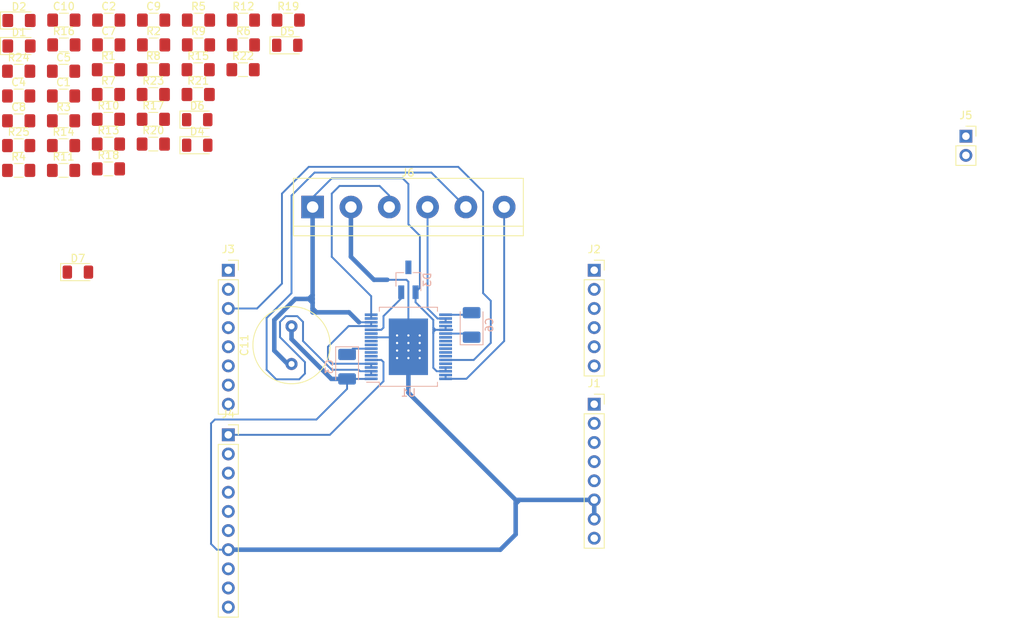
<source format=kicad_pcb>
(kicad_pcb (version 20171130) (host pcbnew "(5.1.4)-1")

  (general
    (thickness 1.6)
    (drawings 0)
    (tracks 145)
    (zones 0)
    (modules 50)
    (nets 58)
  )

  (page A4)
  (layers
    (0 F.Cu signal)
    (31 B.Cu signal)
    (32 B.Adhes user)
    (33 F.Adhes user)
    (34 B.Paste user)
    (35 F.Paste user)
    (36 B.SilkS user)
    (37 F.SilkS user)
    (38 B.Mask user)
    (39 F.Mask user)
    (40 Dwgs.User user)
    (41 Cmts.User user)
    (42 Eco1.User user)
    (43 Eco2.User user)
    (44 Edge.Cuts user)
    (45 Margin user)
    (46 B.CrtYd user)
    (47 F.CrtYd user)
    (48 B.Fab user hide)
    (49 F.Fab user)
  )

  (setup
    (last_trace_width 0.25)
    (trace_clearance 0.2)
    (zone_clearance 0.508)
    (zone_45_only no)
    (trace_min 0.2)
    (via_size 0.8)
    (via_drill 0.4)
    (via_min_size 0.4)
    (via_min_drill 0.3)
    (uvia_size 0.3)
    (uvia_drill 0.1)
    (uvias_allowed no)
    (uvia_min_size 0.2)
    (uvia_min_drill 0.1)
    (edge_width 0.05)
    (segment_width 0.2)
    (pcb_text_width 0.3)
    (pcb_text_size 1.5 1.5)
    (mod_edge_width 0.12)
    (mod_text_size 1 1)
    (mod_text_width 0.15)
    (pad_size 1.524 1.524)
    (pad_drill 0.762)
    (pad_to_mask_clearance 0.051)
    (solder_mask_min_width 0.25)
    (aux_axis_origin 0 0)
    (visible_elements 7FFFFFFF)
    (pcbplotparams
      (layerselection 0x010fc_ffffffff)
      (usegerberextensions false)
      (usegerberattributes false)
      (usegerberadvancedattributes false)
      (creategerberjobfile false)
      (excludeedgelayer true)
      (linewidth 0.100000)
      (plotframeref false)
      (viasonmask false)
      (mode 1)
      (useauxorigin false)
      (hpglpennumber 1)
      (hpglpenspeed 20)
      (hpglpendiameter 15.000000)
      (psnegative false)
      (psa4output false)
      (plotreference true)
      (plotvalue true)
      (plotinvisibletext false)
      (padsonsilk false)
      (subtractmaskfromsilk false)
      (outputformat 1)
      (mirror false)
      (drillshape 1)
      (scaleselection 1)
      (outputdirectory ""))
  )

  (net 0 "")
  (net 1 GND)
  (net 2 VDD)
  (net 3 "Net-(C2-Pad1)")
  (net 4 "Net-(C3-Pad1)")
  (net 5 "Net-(C7-Pad2)")
  (net 6 VS)
  (net 7 "Net-(C8-Pad2)")
  (net 8 "Net-(C8-Pad1)")
  (net 9 "Net-(D1-Pad2)")
  (net 10 "Net-(D1-Pad1)")
  (net 11 "Net-(D2-Pad2)")
  (net 12 "Net-(D4-Pad2)")
  (net 13 "Net-(D4-Pad1)")
  (net 14 "Net-(D5-Pad2)")
  (net 15 "Net-(D5-Pad1)")
  (net 16 "Net-(D6-Pad2)")
  (net 17 "Net-(D6-Pad1)")
  (net 18 "Net-(D7-Pad2)")
  (net 19 "Net-(D7-Pad1)")
  (net 20 "Net-(J1-Pad8)")
  (net 21 "Net-(J1-Pad5)")
  (net 22 "Net-(J1-Pad4)")
  (net 23 "Net-(J1-Pad3)")
  (net 24 "Net-(J1-Pad1)")
  (net 25 "Net-(J2-Pad6)")
  (net 26 "Net-(J2-Pad5)")
  (net 27 "Net-(J2-Pad4)")
  (net 28 "Net-(J2-Pad3)")
  (net 29 "Net-(J2-Pad2)")
  (net 30 "Net-(J2-Pad1)")
  (net 31 "Net-(J3-Pad8)")
  (net 32 "Net-(J3-Pad7)")
  (net 33 "Net-(J3-Pad6)")
  (net 34 "Net-(J3-Pad5)")
  (net 35 "Net-(J3-Pad4)")
  (net 36 "Net-(J3-Pad2)")
  (net 37 "Net-(J3-Pad1)")
  (net 38 "Net-(J4-Pad10)")
  (net 39 "Net-(J4-Pad9)")
  (net 40 "Net-(J4-Pad8)")
  (net 41 "Net-(J4-Pad6)")
  (net 42 "Net-(J4-Pad5)")
  (net 43 "Net-(J4-Pad4)")
  (net 44 "Net-(J4-Pad3)")
  (net 45 "Net-(J4-Pad2)")
  (net 46 "Net-(J5-Pad2)")
  (net 47 "Net-(J5-Pad1)")
  (net 48 "Net-(R3-Pad2)")
  (net 49 "Net-(R6-Pad1)")
  (net 50 "Net-(R10-Pad2)")
  (net 51 "Net-(R11-Pad2)")
  (net 52 "Net-(R13-Pad2)")
  (net 53 "Net-(R14-Pad1)")
  (net 54 "Net-(R17-Pad2)")
  (net 55 "Net-(R17-Pad1)")
  (net 56 "Net-(R19-Pad2)")
  (net 57 "Net-(U1-Pad8)")

  (net_class Default "Dies ist die voreingestellte Netzklasse."
    (clearance 0.2)
    (trace_width 0.25)
    (via_dia 0.8)
    (via_drill 0.4)
    (uvia_dia 0.3)
    (uvia_drill 0.1)
    (add_net GND)
    (add_net "Net-(C2-Pad1)")
    (add_net "Net-(C3-Pad1)")
    (add_net "Net-(C7-Pad2)")
    (add_net "Net-(C8-Pad1)")
    (add_net "Net-(C8-Pad2)")
    (add_net "Net-(D1-Pad1)")
    (add_net "Net-(D1-Pad2)")
    (add_net "Net-(D2-Pad2)")
    (add_net "Net-(D4-Pad1)")
    (add_net "Net-(D4-Pad2)")
    (add_net "Net-(D5-Pad1)")
    (add_net "Net-(D5-Pad2)")
    (add_net "Net-(D6-Pad1)")
    (add_net "Net-(D6-Pad2)")
    (add_net "Net-(D7-Pad1)")
    (add_net "Net-(D7-Pad2)")
    (add_net "Net-(J1-Pad1)")
    (add_net "Net-(J1-Pad3)")
    (add_net "Net-(J1-Pad4)")
    (add_net "Net-(J1-Pad5)")
    (add_net "Net-(J1-Pad8)")
    (add_net "Net-(J2-Pad1)")
    (add_net "Net-(J2-Pad2)")
    (add_net "Net-(J2-Pad3)")
    (add_net "Net-(J2-Pad4)")
    (add_net "Net-(J2-Pad5)")
    (add_net "Net-(J2-Pad6)")
    (add_net "Net-(J3-Pad1)")
    (add_net "Net-(J3-Pad2)")
    (add_net "Net-(J3-Pad4)")
    (add_net "Net-(J3-Pad5)")
    (add_net "Net-(J3-Pad6)")
    (add_net "Net-(J3-Pad7)")
    (add_net "Net-(J3-Pad8)")
    (add_net "Net-(J4-Pad10)")
    (add_net "Net-(J4-Pad2)")
    (add_net "Net-(J4-Pad3)")
    (add_net "Net-(J4-Pad4)")
    (add_net "Net-(J4-Pad5)")
    (add_net "Net-(J4-Pad6)")
    (add_net "Net-(J4-Pad8)")
    (add_net "Net-(J4-Pad9)")
    (add_net "Net-(J5-Pad1)")
    (add_net "Net-(J5-Pad2)")
    (add_net "Net-(R10-Pad2)")
    (add_net "Net-(R11-Pad2)")
    (add_net "Net-(R13-Pad2)")
    (add_net "Net-(R14-Pad1)")
    (add_net "Net-(R17-Pad1)")
    (add_net "Net-(R17-Pad2)")
    (add_net "Net-(R19-Pad2)")
    (add_net "Net-(R3-Pad2)")
    (add_net "Net-(R6-Pad1)")
    (add_net "Net-(U1-Pad8)")
    (add_net VDD)
    (add_net VS)
  )

  (module Resistor_SMD:R_1206_3216Metric_Pad1.42x1.75mm_HandSolder (layer F.Cu) (tedit 5B301BBD) (tstamp 5E57F5E5)
    (at 31.896 62.206)
    (descr "Resistor SMD 1206 (3216 Metric), square (rectangular) end terminal, IPC_7351 nominal with elongated pad for handsoldering. (Body size source: http://www.tortai-tech.com/upload/download/2011102023233369053.pdf), generated with kicad-footprint-generator")
    (tags "resistor handsolder")
    (path /5E5B916B)
    (attr smd)
    (fp_text reference R25 (at 0 -1.82) (layer F.SilkS)
      (effects (font (size 1 1) (thickness 0.15)))
    )
    (fp_text value 2.2k (at 0 1.82) (layer F.Fab)
      (effects (font (size 1 1) (thickness 0.15)))
    )
    (fp_text user %R (at 0 0) (layer F.Fab)
      (effects (font (size 0.8 0.8) (thickness 0.12)))
    )
    (fp_line (start 2.45 1.12) (end -2.45 1.12) (layer F.CrtYd) (width 0.05))
    (fp_line (start 2.45 -1.12) (end 2.45 1.12) (layer F.CrtYd) (width 0.05))
    (fp_line (start -2.45 -1.12) (end 2.45 -1.12) (layer F.CrtYd) (width 0.05))
    (fp_line (start -2.45 1.12) (end -2.45 -1.12) (layer F.CrtYd) (width 0.05))
    (fp_line (start -0.602064 0.91) (end 0.602064 0.91) (layer F.SilkS) (width 0.12))
    (fp_line (start -0.602064 -0.91) (end 0.602064 -0.91) (layer F.SilkS) (width 0.12))
    (fp_line (start 1.6 0.8) (end -1.6 0.8) (layer F.Fab) (width 0.1))
    (fp_line (start 1.6 -0.8) (end 1.6 0.8) (layer F.Fab) (width 0.1))
    (fp_line (start -1.6 -0.8) (end 1.6 -0.8) (layer F.Fab) (width 0.1))
    (fp_line (start -1.6 0.8) (end -1.6 -0.8) (layer F.Fab) (width 0.1))
    (pad 2 smd roundrect (at 1.4875 0) (size 1.425 1.75) (layers F.Cu F.Paste F.Mask) (roundrect_rratio 0.175439)
      (net 19 "Net-(D7-Pad1)"))
    (pad 1 smd roundrect (at -1.4875 0) (size 1.425 1.75) (layers F.Cu F.Paste F.Mask) (roundrect_rratio 0.175439)
      (net 1 GND))
    (model ${KISYS3DMOD}/Resistor_SMD.3dshapes/R_1206_3216Metric.wrl
      (at (xyz 0 0 0))
      (scale (xyz 1 1 1))
      (rotate (xyz 0 0 0))
    )
  )

  (module Resistor_SMD:R_1206_3216Metric_Pad1.42x1.75mm_HandSolder (layer F.Cu) (tedit 5B301BBD) (tstamp 5E57F5D4)
    (at 31.896 52.336)
    (descr "Resistor SMD 1206 (3216 Metric), square (rectangular) end terminal, IPC_7351 nominal with elongated pad for handsoldering. (Body size source: http://www.tortai-tech.com/upload/download/2011102023233369053.pdf), generated with kicad-footprint-generator")
    (tags "resistor handsolder")
    (path /5E5B6E51)
    (attr smd)
    (fp_text reference R24 (at 0 -1.82) (layer F.SilkS)
      (effects (font (size 1 1) (thickness 0.15)))
    )
    (fp_text value 2.2k (at 0 1.82) (layer F.Fab)
      (effects (font (size 1 1) (thickness 0.15)))
    )
    (fp_text user %R (at 0 0) (layer F.Fab)
      (effects (font (size 0.8 0.8) (thickness 0.12)))
    )
    (fp_line (start 2.45 1.12) (end -2.45 1.12) (layer F.CrtYd) (width 0.05))
    (fp_line (start 2.45 -1.12) (end 2.45 1.12) (layer F.CrtYd) (width 0.05))
    (fp_line (start -2.45 -1.12) (end 2.45 -1.12) (layer F.CrtYd) (width 0.05))
    (fp_line (start -2.45 1.12) (end -2.45 -1.12) (layer F.CrtYd) (width 0.05))
    (fp_line (start -0.602064 0.91) (end 0.602064 0.91) (layer F.SilkS) (width 0.12))
    (fp_line (start -0.602064 -0.91) (end 0.602064 -0.91) (layer F.SilkS) (width 0.12))
    (fp_line (start 1.6 0.8) (end -1.6 0.8) (layer F.Fab) (width 0.1))
    (fp_line (start 1.6 -0.8) (end 1.6 0.8) (layer F.Fab) (width 0.1))
    (fp_line (start -1.6 -0.8) (end 1.6 -0.8) (layer F.Fab) (width 0.1))
    (fp_line (start -1.6 0.8) (end -1.6 -0.8) (layer F.Fab) (width 0.1))
    (pad 2 smd roundrect (at 1.4875 0) (size 1.425 1.75) (layers F.Cu F.Paste F.Mask) (roundrect_rratio 0.175439)
      (net 17 "Net-(D6-Pad1)"))
    (pad 1 smd roundrect (at -1.4875 0) (size 1.425 1.75) (layers F.Cu F.Paste F.Mask) (roundrect_rratio 0.175439)
      (net 1 GND))
    (model ${KISYS3DMOD}/Resistor_SMD.3dshapes/R_1206_3216Metric.wrl
      (at (xyz 0 0 0))
      (scale (xyz 1 1 1))
      (rotate (xyz 0 0 0))
    )
  )

  (module Resistor_SMD:R_1206_3216Metric_Pad1.42x1.75mm_HandSolder (layer F.Cu) (tedit 5B301BBD) (tstamp 5E57F5C3)
    (at 49.746 55.426)
    (descr "Resistor SMD 1206 (3216 Metric), square (rectangular) end terminal, IPC_7351 nominal with elongated pad for handsoldering. (Body size source: http://www.tortai-tech.com/upload/download/2011102023233369053.pdf), generated with kicad-footprint-generator")
    (tags "resistor handsolder")
    (path /5E5B4D7D)
    (attr smd)
    (fp_text reference R23 (at 0 -1.82) (layer F.SilkS)
      (effects (font (size 1 1) (thickness 0.15)))
    )
    (fp_text value 2.2k (at 0 1.82) (layer F.Fab)
      (effects (font (size 1 1) (thickness 0.15)))
    )
    (fp_text user %R (at 0 0) (layer F.Fab)
      (effects (font (size 0.8 0.8) (thickness 0.12)))
    )
    (fp_line (start 2.45 1.12) (end -2.45 1.12) (layer F.CrtYd) (width 0.05))
    (fp_line (start 2.45 -1.12) (end 2.45 1.12) (layer F.CrtYd) (width 0.05))
    (fp_line (start -2.45 -1.12) (end 2.45 -1.12) (layer F.CrtYd) (width 0.05))
    (fp_line (start -2.45 1.12) (end -2.45 -1.12) (layer F.CrtYd) (width 0.05))
    (fp_line (start -0.602064 0.91) (end 0.602064 0.91) (layer F.SilkS) (width 0.12))
    (fp_line (start -0.602064 -0.91) (end 0.602064 -0.91) (layer F.SilkS) (width 0.12))
    (fp_line (start 1.6 0.8) (end -1.6 0.8) (layer F.Fab) (width 0.1))
    (fp_line (start 1.6 -0.8) (end 1.6 0.8) (layer F.Fab) (width 0.1))
    (fp_line (start -1.6 -0.8) (end 1.6 -0.8) (layer F.Fab) (width 0.1))
    (fp_line (start -1.6 0.8) (end -1.6 -0.8) (layer F.Fab) (width 0.1))
    (pad 2 smd roundrect (at 1.4875 0) (size 1.425 1.75) (layers F.Cu F.Paste F.Mask) (roundrect_rratio 0.175439)
      (net 15 "Net-(D5-Pad1)"))
    (pad 1 smd roundrect (at -1.4875 0) (size 1.425 1.75) (layers F.Cu F.Paste F.Mask) (roundrect_rratio 0.175439)
      (net 1 GND))
    (model ${KISYS3DMOD}/Resistor_SMD.3dshapes/R_1206_3216Metric.wrl
      (at (xyz 0 0 0))
      (scale (xyz 1 1 1))
      (rotate (xyz 0 0 0))
    )
  )

  (module Resistor_SMD:R_1206_3216Metric_Pad1.42x1.75mm_HandSolder (layer F.Cu) (tedit 5B301BBD) (tstamp 5E57F5B2)
    (at 61.646 52.136)
    (descr "Resistor SMD 1206 (3216 Metric), square (rectangular) end terminal, IPC_7351 nominal with elongated pad for handsoldering. (Body size source: http://www.tortai-tech.com/upload/download/2011102023233369053.pdf), generated with kicad-footprint-generator")
    (tags "resistor handsolder")
    (path /5E5AD872)
    (attr smd)
    (fp_text reference R22 (at 0 -1.82) (layer F.SilkS)
      (effects (font (size 1 1) (thickness 0.15)))
    )
    (fp_text value 2.2k (at 0 1.82) (layer F.Fab)
      (effects (font (size 1 1) (thickness 0.15)))
    )
    (fp_text user %R (at 0 0) (layer F.Fab)
      (effects (font (size 0.8 0.8) (thickness 0.12)))
    )
    (fp_line (start 2.45 1.12) (end -2.45 1.12) (layer F.CrtYd) (width 0.05))
    (fp_line (start 2.45 -1.12) (end 2.45 1.12) (layer F.CrtYd) (width 0.05))
    (fp_line (start -2.45 -1.12) (end 2.45 -1.12) (layer F.CrtYd) (width 0.05))
    (fp_line (start -2.45 1.12) (end -2.45 -1.12) (layer F.CrtYd) (width 0.05))
    (fp_line (start -0.602064 0.91) (end 0.602064 0.91) (layer F.SilkS) (width 0.12))
    (fp_line (start -0.602064 -0.91) (end 0.602064 -0.91) (layer F.SilkS) (width 0.12))
    (fp_line (start 1.6 0.8) (end -1.6 0.8) (layer F.Fab) (width 0.1))
    (fp_line (start 1.6 -0.8) (end 1.6 0.8) (layer F.Fab) (width 0.1))
    (fp_line (start -1.6 -0.8) (end 1.6 -0.8) (layer F.Fab) (width 0.1))
    (fp_line (start -1.6 0.8) (end -1.6 -0.8) (layer F.Fab) (width 0.1))
    (pad 2 smd roundrect (at 1.4875 0) (size 1.425 1.75) (layers F.Cu F.Paste F.Mask) (roundrect_rratio 0.175439)
      (net 13 "Net-(D4-Pad1)"))
    (pad 1 smd roundrect (at -1.4875 0) (size 1.425 1.75) (layers F.Cu F.Paste F.Mask) (roundrect_rratio 0.175439)
      (net 1 GND))
    (model ${KISYS3DMOD}/Resistor_SMD.3dshapes/R_1206_3216Metric.wrl
      (at (xyz 0 0 0))
      (scale (xyz 1 1 1))
      (rotate (xyz 0 0 0))
    )
  )

  (module Resistor_SMD:R_1206_3216Metric_Pad1.42x1.75mm_HandSolder (layer F.Cu) (tedit 5B301BBD) (tstamp 5E57F5A1)
    (at 55.696 55.426)
    (descr "Resistor SMD 1206 (3216 Metric), square (rectangular) end terminal, IPC_7351 nominal with elongated pad for handsoldering. (Body size source: http://www.tortai-tech.com/upload/download/2011102023233369053.pdf), generated with kicad-footprint-generator")
    (tags "resistor handsolder")
    (path /5E62531B)
    (attr smd)
    (fp_text reference R21 (at 0 -1.82) (layer F.SilkS)
      (effects (font (size 1 1) (thickness 0.15)))
    )
    (fp_text value 0 (at 0 1.82) (layer F.Fab)
      (effects (font (size 1 1) (thickness 0.15)))
    )
    (fp_text user %R (at 0 0) (layer F.Fab)
      (effects (font (size 0.8 0.8) (thickness 0.12)))
    )
    (fp_line (start 2.45 1.12) (end -2.45 1.12) (layer F.CrtYd) (width 0.05))
    (fp_line (start 2.45 -1.12) (end 2.45 1.12) (layer F.CrtYd) (width 0.05))
    (fp_line (start -2.45 -1.12) (end 2.45 -1.12) (layer F.CrtYd) (width 0.05))
    (fp_line (start -2.45 1.12) (end -2.45 -1.12) (layer F.CrtYd) (width 0.05))
    (fp_line (start -0.602064 0.91) (end 0.602064 0.91) (layer F.SilkS) (width 0.12))
    (fp_line (start -0.602064 -0.91) (end 0.602064 -0.91) (layer F.SilkS) (width 0.12))
    (fp_line (start 1.6 0.8) (end -1.6 0.8) (layer F.Fab) (width 0.1))
    (fp_line (start 1.6 -0.8) (end 1.6 0.8) (layer F.Fab) (width 0.1))
    (fp_line (start -1.6 -0.8) (end 1.6 -0.8) (layer F.Fab) (width 0.1))
    (fp_line (start -1.6 0.8) (end -1.6 -0.8) (layer F.Fab) (width 0.1))
    (pad 2 smd roundrect (at 1.4875 0) (size 1.425 1.75) (layers F.Cu F.Paste F.Mask) (roundrect_rratio 0.175439)
      (net 56 "Net-(R19-Pad2)"))
    (pad 1 smd roundrect (at -1.4875 0) (size 1.425 1.75) (layers F.Cu F.Paste F.Mask) (roundrect_rratio 0.175439)
      (net 42 "Net-(J4-Pad5)"))
    (model ${KISYS3DMOD}/Resistor_SMD.3dshapes/R_1206_3216Metric.wrl
      (at (xyz 0 0 0))
      (scale (xyz 1 1 1))
      (rotate (xyz 0 0 0))
    )
  )

  (module Resistor_SMD:R_1206_3216Metric_Pad1.42x1.75mm_HandSolder (layer F.Cu) (tedit 5B301BBD) (tstamp 5E57F590)
    (at 49.746 62.006)
    (descr "Resistor SMD 1206 (3216 Metric), square (rectangular) end terminal, IPC_7351 nominal with elongated pad for handsoldering. (Body size source: http://www.tortai-tech.com/upload/download/2011102023233369053.pdf), generated with kicad-footprint-generator")
    (tags "resistor handsolder")
    (path /5E625315)
    (attr smd)
    (fp_text reference R20 (at 0 -1.82) (layer F.SilkS)
      (effects (font (size 1 1) (thickness 0.15)))
    )
    (fp_text value NP (at 0 1.82) (layer F.Fab)
      (effects (font (size 1 1) (thickness 0.15)))
    )
    (fp_text user %R (at 0 0) (layer F.Fab)
      (effects (font (size 0.8 0.8) (thickness 0.12)))
    )
    (fp_line (start 2.45 1.12) (end -2.45 1.12) (layer F.CrtYd) (width 0.05))
    (fp_line (start 2.45 -1.12) (end 2.45 1.12) (layer F.CrtYd) (width 0.05))
    (fp_line (start -2.45 -1.12) (end 2.45 -1.12) (layer F.CrtYd) (width 0.05))
    (fp_line (start -2.45 1.12) (end -2.45 -1.12) (layer F.CrtYd) (width 0.05))
    (fp_line (start -0.602064 0.91) (end 0.602064 0.91) (layer F.SilkS) (width 0.12))
    (fp_line (start -0.602064 -0.91) (end 0.602064 -0.91) (layer F.SilkS) (width 0.12))
    (fp_line (start 1.6 0.8) (end -1.6 0.8) (layer F.Fab) (width 0.1))
    (fp_line (start 1.6 -0.8) (end 1.6 0.8) (layer F.Fab) (width 0.1))
    (fp_line (start -1.6 -0.8) (end 1.6 -0.8) (layer F.Fab) (width 0.1))
    (fp_line (start -1.6 0.8) (end -1.6 -0.8) (layer F.Fab) (width 0.1))
    (pad 2 smd roundrect (at 1.4875 0) (size 1.425 1.75) (layers F.Cu F.Paste F.Mask) (roundrect_rratio 0.175439)
      (net 56 "Net-(R19-Pad2)"))
    (pad 1 smd roundrect (at -1.4875 0) (size 1.425 1.75) (layers F.Cu F.Paste F.Mask) (roundrect_rratio 0.175439)
      (net 47 "Net-(J5-Pad1)"))
    (model ${KISYS3DMOD}/Resistor_SMD.3dshapes/R_1206_3216Metric.wrl
      (at (xyz 0 0 0))
      (scale (xyz 1 1 1))
      (rotate (xyz 0 0 0))
    )
  )

  (module Resistor_SMD:R_1206_3216Metric_Pad1.42x1.75mm_HandSolder (layer F.Cu) (tedit 5B301BBD) (tstamp 5E57F57F)
    (at 67.636 45.556)
    (descr "Resistor SMD 1206 (3216 Metric), square (rectangular) end terminal, IPC_7351 nominal with elongated pad for handsoldering. (Body size source: http://www.tortai-tech.com/upload/download/2011102023233369053.pdf), generated with kicad-footprint-generator")
    (tags "resistor handsolder")
    (path /5E620B66)
    (attr smd)
    (fp_text reference R19 (at 0 -1.82) (layer F.SilkS)
      (effects (font (size 1 1) (thickness 0.15)))
    )
    (fp_text value NP (at 0 1.82) (layer F.Fab)
      (effects (font (size 1 1) (thickness 0.15)))
    )
    (fp_text user %R (at 0 0) (layer F.Fab)
      (effects (font (size 0.8 0.8) (thickness 0.12)))
    )
    (fp_line (start 2.45 1.12) (end -2.45 1.12) (layer F.CrtYd) (width 0.05))
    (fp_line (start 2.45 -1.12) (end 2.45 1.12) (layer F.CrtYd) (width 0.05))
    (fp_line (start -2.45 -1.12) (end 2.45 -1.12) (layer F.CrtYd) (width 0.05))
    (fp_line (start -2.45 1.12) (end -2.45 -1.12) (layer F.CrtYd) (width 0.05))
    (fp_line (start -0.602064 0.91) (end 0.602064 0.91) (layer F.SilkS) (width 0.12))
    (fp_line (start -0.602064 -0.91) (end 0.602064 -0.91) (layer F.SilkS) (width 0.12))
    (fp_line (start 1.6 0.8) (end -1.6 0.8) (layer F.Fab) (width 0.1))
    (fp_line (start 1.6 -0.8) (end 1.6 0.8) (layer F.Fab) (width 0.1))
    (fp_line (start -1.6 -0.8) (end 1.6 -0.8) (layer F.Fab) (width 0.1))
    (fp_line (start -1.6 0.8) (end -1.6 -0.8) (layer F.Fab) (width 0.1))
    (pad 2 smd roundrect (at 1.4875 0) (size 1.425 1.75) (layers F.Cu F.Paste F.Mask) (roundrect_rratio 0.175439)
      (net 56 "Net-(R19-Pad2)"))
    (pad 1 smd roundrect (at -1.4875 0) (size 1.425 1.75) (layers F.Cu F.Paste F.Mask) (roundrect_rratio 0.175439)
      (net 46 "Net-(J5-Pad2)"))
    (model ${KISYS3DMOD}/Resistor_SMD.3dshapes/R_1206_3216Metric.wrl
      (at (xyz 0 0 0))
      (scale (xyz 1 1 1))
      (rotate (xyz 0 0 0))
    )
  )

  (module Resistor_SMD:R_1206_3216Metric_Pad1.42x1.75mm_HandSolder (layer F.Cu) (tedit 5B301BBD) (tstamp 5E57F56E)
    (at 43.796 65.296)
    (descr "Resistor SMD 1206 (3216 Metric), square (rectangular) end terminal, IPC_7351 nominal with elongated pad for handsoldering. (Body size source: http://www.tortai-tech.com/upload/download/2011102023233369053.pdf), generated with kicad-footprint-generator")
    (tags "resistor handsolder")
    (path /5E57C0FF)
    (attr smd)
    (fp_text reference R18 (at 0 -1.82) (layer F.SilkS)
      (effects (font (size 1 1) (thickness 0.15)))
    )
    (fp_text value 330 (at 0 1.82) (layer F.Fab)
      (effects (font (size 1 1) (thickness 0.15)))
    )
    (fp_text user %R (at 0 0) (layer F.Fab)
      (effects (font (size 0.8 0.8) (thickness 0.12)))
    )
    (fp_line (start 2.45 1.12) (end -2.45 1.12) (layer F.CrtYd) (width 0.05))
    (fp_line (start 2.45 -1.12) (end 2.45 1.12) (layer F.CrtYd) (width 0.05))
    (fp_line (start -2.45 -1.12) (end 2.45 -1.12) (layer F.CrtYd) (width 0.05))
    (fp_line (start -2.45 1.12) (end -2.45 -1.12) (layer F.CrtYd) (width 0.05))
    (fp_line (start -0.602064 0.91) (end 0.602064 0.91) (layer F.SilkS) (width 0.12))
    (fp_line (start -0.602064 -0.91) (end 0.602064 -0.91) (layer F.SilkS) (width 0.12))
    (fp_line (start 1.6 0.8) (end -1.6 0.8) (layer F.Fab) (width 0.1))
    (fp_line (start 1.6 -0.8) (end 1.6 0.8) (layer F.Fab) (width 0.1))
    (fp_line (start -1.6 -0.8) (end 1.6 -0.8) (layer F.Fab) (width 0.1))
    (fp_line (start -1.6 0.8) (end -1.6 -0.8) (layer F.Fab) (width 0.1))
    (pad 2 smd roundrect (at 1.4875 0) (size 1.425 1.75) (layers F.Cu F.Paste F.Mask) (roundrect_rratio 0.175439)
      (net 11 "Net-(D2-Pad2)"))
    (pad 1 smd roundrect (at -1.4875 0) (size 1.425 1.75) (layers F.Cu F.Paste F.Mask) (roundrect_rratio 0.175439)
      (net 4 "Net-(C3-Pad1)"))
    (model ${KISYS3DMOD}/Resistor_SMD.3dshapes/R_1206_3216Metric.wrl
      (at (xyz 0 0 0))
      (scale (xyz 1 1 1))
      (rotate (xyz 0 0 0))
    )
  )

  (module Resistor_SMD:R_1206_3216Metric_Pad1.42x1.75mm_HandSolder (layer F.Cu) (tedit 5B301BBD) (tstamp 5E57F55D)
    (at 49.746 58.716)
    (descr "Resistor SMD 1206 (3216 Metric), square (rectangular) end terminal, IPC_7351 nominal with elongated pad for handsoldering. (Body size source: http://www.tortai-tech.com/upload/download/2011102023233369053.pdf), generated with kicad-footprint-generator")
    (tags "resistor handsolder")
    (path /5E5C944D)
    (attr smd)
    (fp_text reference R17 (at 0 -1.82) (layer F.SilkS)
      (effects (font (size 1 1) (thickness 0.15)))
    )
    (fp_text value NP (at 0 1.82) (layer F.Fab)
      (effects (font (size 1 1) (thickness 0.15)))
    )
    (fp_text user %R (at 0 0) (layer F.Fab)
      (effects (font (size 0.8 0.8) (thickness 0.12)))
    )
    (fp_line (start 2.45 1.12) (end -2.45 1.12) (layer F.CrtYd) (width 0.05))
    (fp_line (start 2.45 -1.12) (end 2.45 1.12) (layer F.CrtYd) (width 0.05))
    (fp_line (start -2.45 -1.12) (end 2.45 -1.12) (layer F.CrtYd) (width 0.05))
    (fp_line (start -2.45 1.12) (end -2.45 -1.12) (layer F.CrtYd) (width 0.05))
    (fp_line (start -0.602064 0.91) (end 0.602064 0.91) (layer F.SilkS) (width 0.12))
    (fp_line (start -0.602064 -0.91) (end 0.602064 -0.91) (layer F.SilkS) (width 0.12))
    (fp_line (start 1.6 0.8) (end -1.6 0.8) (layer F.Fab) (width 0.1))
    (fp_line (start 1.6 -0.8) (end 1.6 0.8) (layer F.Fab) (width 0.1))
    (fp_line (start -1.6 -0.8) (end 1.6 -0.8) (layer F.Fab) (width 0.1))
    (fp_line (start -1.6 0.8) (end -1.6 -0.8) (layer F.Fab) (width 0.1))
    (pad 2 smd roundrect (at 1.4875 0) (size 1.425 1.75) (layers F.Cu F.Paste F.Mask) (roundrect_rratio 0.175439)
      (net 54 "Net-(R17-Pad2)"))
    (pad 1 smd roundrect (at -1.4875 0) (size 1.425 1.75) (layers F.Cu F.Paste F.Mask) (roundrect_rratio 0.175439)
      (net 55 "Net-(R17-Pad1)"))
    (model ${KISYS3DMOD}/Resistor_SMD.3dshapes/R_1206_3216Metric.wrl
      (at (xyz 0 0 0))
      (scale (xyz 1 1 1))
      (rotate (xyz 0 0 0))
    )
  )

  (module Resistor_SMD:R_1206_3216Metric_Pad1.42x1.75mm_HandSolder (layer F.Cu) (tedit 5B301BBD) (tstamp 5E57F54C)
    (at 37.886 48.846)
    (descr "Resistor SMD 1206 (3216 Metric), square (rectangular) end terminal, IPC_7351 nominal with elongated pad for handsoldering. (Body size source: http://www.tortai-tech.com/upload/download/2011102023233369053.pdf), generated with kicad-footprint-generator")
    (tags "resistor handsolder")
    (path /5E620B60)
    (attr smd)
    (fp_text reference R16 (at 0 -1.82) (layer F.SilkS)
      (effects (font (size 1 1) (thickness 0.15)))
    )
    (fp_text value NP (at 0 1.82) (layer F.Fab)
      (effects (font (size 1 1) (thickness 0.15)))
    )
    (fp_text user %R (at 0 0) (layer F.Fab)
      (effects (font (size 0.8 0.8) (thickness 0.12)))
    )
    (fp_line (start 2.45 1.12) (end -2.45 1.12) (layer F.CrtYd) (width 0.05))
    (fp_line (start 2.45 -1.12) (end 2.45 1.12) (layer F.CrtYd) (width 0.05))
    (fp_line (start -2.45 -1.12) (end 2.45 -1.12) (layer F.CrtYd) (width 0.05))
    (fp_line (start -2.45 1.12) (end -2.45 -1.12) (layer F.CrtYd) (width 0.05))
    (fp_line (start -0.602064 0.91) (end 0.602064 0.91) (layer F.SilkS) (width 0.12))
    (fp_line (start -0.602064 -0.91) (end 0.602064 -0.91) (layer F.SilkS) (width 0.12))
    (fp_line (start 1.6 0.8) (end -1.6 0.8) (layer F.Fab) (width 0.1))
    (fp_line (start 1.6 -0.8) (end 1.6 0.8) (layer F.Fab) (width 0.1))
    (fp_line (start -1.6 -0.8) (end 1.6 -0.8) (layer F.Fab) (width 0.1))
    (fp_line (start -1.6 0.8) (end -1.6 -0.8) (layer F.Fab) (width 0.1))
    (pad 2 smd roundrect (at 1.4875 0) (size 1.425 1.75) (layers F.Cu F.Paste F.Mask) (roundrect_rratio 0.175439)
      (net 52 "Net-(R13-Pad2)"))
    (pad 1 smd roundrect (at -1.4875 0) (size 1.425 1.75) (layers F.Cu F.Paste F.Mask) (roundrect_rratio 0.175439)
      (net 47 "Net-(J5-Pad1)"))
    (model ${KISYS3DMOD}/Resistor_SMD.3dshapes/R_1206_3216Metric.wrl
      (at (xyz 0 0 0))
      (scale (xyz 1 1 1))
      (rotate (xyz 0 0 0))
    )
  )

  (module Resistor_SMD:R_1206_3216Metric_Pad1.42x1.75mm_HandSolder (layer F.Cu) (tedit 5B301BBD) (tstamp 5E57F53B)
    (at 55.696 52.136)
    (descr "Resistor SMD 1206 (3216 Metric), square (rectangular) end terminal, IPC_7351 nominal with elongated pad for handsoldering. (Body size source: http://www.tortai-tech.com/upload/download/2011102023233369053.pdf), generated with kicad-footprint-generator")
    (tags "resistor handsolder")
    (path /5E620B5A)
    (attr smd)
    (fp_text reference R15 (at 0 -1.82) (layer F.SilkS)
      (effects (font (size 1 1) (thickness 0.15)))
    )
    (fp_text value NP (at 0 1.82) (layer F.Fab)
      (effects (font (size 1 1) (thickness 0.15)))
    )
    (fp_text user %R (at 0 0) (layer F.Fab)
      (effects (font (size 0.8 0.8) (thickness 0.12)))
    )
    (fp_line (start 2.45 1.12) (end -2.45 1.12) (layer F.CrtYd) (width 0.05))
    (fp_line (start 2.45 -1.12) (end 2.45 1.12) (layer F.CrtYd) (width 0.05))
    (fp_line (start -2.45 -1.12) (end 2.45 -1.12) (layer F.CrtYd) (width 0.05))
    (fp_line (start -2.45 1.12) (end -2.45 -1.12) (layer F.CrtYd) (width 0.05))
    (fp_line (start -0.602064 0.91) (end 0.602064 0.91) (layer F.SilkS) (width 0.12))
    (fp_line (start -0.602064 -0.91) (end 0.602064 -0.91) (layer F.SilkS) (width 0.12))
    (fp_line (start 1.6 0.8) (end -1.6 0.8) (layer F.Fab) (width 0.1))
    (fp_line (start 1.6 -0.8) (end 1.6 0.8) (layer F.Fab) (width 0.1))
    (fp_line (start -1.6 -0.8) (end 1.6 -0.8) (layer F.Fab) (width 0.1))
    (fp_line (start -1.6 0.8) (end -1.6 -0.8) (layer F.Fab) (width 0.1))
    (pad 2 smd roundrect (at 1.4875 0) (size 1.425 1.75) (layers F.Cu F.Paste F.Mask) (roundrect_rratio 0.175439)
      (net 52 "Net-(R13-Pad2)"))
    (pad 1 smd roundrect (at -1.4875 0) (size 1.425 1.75) (layers F.Cu F.Paste F.Mask) (roundrect_rratio 0.175439)
      (net 46 "Net-(J5-Pad2)"))
    (model ${KISYS3DMOD}/Resistor_SMD.3dshapes/R_1206_3216Metric.wrl
      (at (xyz 0 0 0))
      (scale (xyz 1 1 1))
      (rotate (xyz 0 0 0))
    )
  )

  (module Resistor_SMD:R_1206_3216Metric_Pad1.42x1.75mm_HandSolder (layer F.Cu) (tedit 5B301BBD) (tstamp 5E57F52A)
    (at 37.846 62.206)
    (descr "Resistor SMD 1206 (3216 Metric), square (rectangular) end terminal, IPC_7351 nominal with elongated pad for handsoldering. (Body size source: http://www.tortai-tech.com/upload/download/2011102023233369053.pdf), generated with kicad-footprint-generator")
    (tags "resistor handsolder")
    (path /5E5E229F)
    (attr smd)
    (fp_text reference R14 (at 0 -1.82) (layer F.SilkS)
      (effects (font (size 1 1) (thickness 0.15)))
    )
    (fp_text value 10k (at 0 1.82) (layer F.Fab)
      (effects (font (size 1 1) (thickness 0.15)))
    )
    (fp_text user %R (at 0 0) (layer F.Fab)
      (effects (font (size 0.8 0.8) (thickness 0.12)))
    )
    (fp_line (start 2.45 1.12) (end -2.45 1.12) (layer F.CrtYd) (width 0.05))
    (fp_line (start 2.45 -1.12) (end 2.45 1.12) (layer F.CrtYd) (width 0.05))
    (fp_line (start -2.45 -1.12) (end 2.45 -1.12) (layer F.CrtYd) (width 0.05))
    (fp_line (start -2.45 1.12) (end -2.45 -1.12) (layer F.CrtYd) (width 0.05))
    (fp_line (start -0.602064 0.91) (end 0.602064 0.91) (layer F.SilkS) (width 0.12))
    (fp_line (start -0.602064 -0.91) (end 0.602064 -0.91) (layer F.SilkS) (width 0.12))
    (fp_line (start 1.6 0.8) (end -1.6 0.8) (layer F.Fab) (width 0.1))
    (fp_line (start 1.6 -0.8) (end 1.6 0.8) (layer F.Fab) (width 0.1))
    (fp_line (start -1.6 -0.8) (end 1.6 -0.8) (layer F.Fab) (width 0.1))
    (fp_line (start -1.6 0.8) (end -1.6 -0.8) (layer F.Fab) (width 0.1))
    (pad 2 smd roundrect (at 1.4875 0) (size 1.425 1.75) (layers F.Cu F.Paste F.Mask) (roundrect_rratio 0.175439)
      (net 2 VDD))
    (pad 1 smd roundrect (at -1.4875 0) (size 1.425 1.75) (layers F.Cu F.Paste F.Mask) (roundrect_rratio 0.175439)
      (net 53 "Net-(R14-Pad1)"))
    (model ${KISYS3DMOD}/Resistor_SMD.3dshapes/R_1206_3216Metric.wrl
      (at (xyz 0 0 0))
      (scale (xyz 1 1 1))
      (rotate (xyz 0 0 0))
    )
  )

  (module Resistor_SMD:R_1206_3216Metric_Pad1.42x1.75mm_HandSolder (layer F.Cu) (tedit 5B301BBD) (tstamp 5E57F519)
    (at 43.796 62.006)
    (descr "Resistor SMD 1206 (3216 Metric), square (rectangular) end terminal, IPC_7351 nominal with elongated pad for handsoldering. (Body size source: http://www.tortai-tech.com/upload/download/2011102023233369053.pdf), generated with kicad-footprint-generator")
    (tags "resistor handsolder")
    (path /5E61B7AC)
    (attr smd)
    (fp_text reference R13 (at 0 -1.82) (layer F.SilkS)
      (effects (font (size 1 1) (thickness 0.15)))
    )
    (fp_text value 0 (at 0 1.82) (layer F.Fab)
      (effects (font (size 1 1) (thickness 0.15)))
    )
    (fp_text user %R (at 0 0) (layer F.Fab)
      (effects (font (size 0.8 0.8) (thickness 0.12)))
    )
    (fp_line (start 2.45 1.12) (end -2.45 1.12) (layer F.CrtYd) (width 0.05))
    (fp_line (start 2.45 -1.12) (end 2.45 1.12) (layer F.CrtYd) (width 0.05))
    (fp_line (start -2.45 -1.12) (end 2.45 -1.12) (layer F.CrtYd) (width 0.05))
    (fp_line (start -2.45 1.12) (end -2.45 -1.12) (layer F.CrtYd) (width 0.05))
    (fp_line (start -0.602064 0.91) (end 0.602064 0.91) (layer F.SilkS) (width 0.12))
    (fp_line (start -0.602064 -0.91) (end 0.602064 -0.91) (layer F.SilkS) (width 0.12))
    (fp_line (start 1.6 0.8) (end -1.6 0.8) (layer F.Fab) (width 0.1))
    (fp_line (start 1.6 -0.8) (end 1.6 0.8) (layer F.Fab) (width 0.1))
    (fp_line (start -1.6 -0.8) (end 1.6 -0.8) (layer F.Fab) (width 0.1))
    (fp_line (start -1.6 0.8) (end -1.6 -0.8) (layer F.Fab) (width 0.1))
    (pad 2 smd roundrect (at 1.4875 0) (size 1.425 1.75) (layers F.Cu F.Paste F.Mask) (roundrect_rratio 0.175439)
      (net 52 "Net-(R13-Pad2)"))
    (pad 1 smd roundrect (at -1.4875 0) (size 1.425 1.75) (layers F.Cu F.Paste F.Mask) (roundrect_rratio 0.175439)
      (net 43 "Net-(J4-Pad4)"))
    (model ${KISYS3DMOD}/Resistor_SMD.3dshapes/R_1206_3216Metric.wrl
      (at (xyz 0 0 0))
      (scale (xyz 1 1 1))
      (rotate (xyz 0 0 0))
    )
  )

  (module Resistor_SMD:R_1206_3216Metric_Pad1.42x1.75mm_HandSolder (layer F.Cu) (tedit 5B301BBD) (tstamp 5E57F508)
    (at 61.686 45.556)
    (descr "Resistor SMD 1206 (3216 Metric), square (rectangular) end terminal, IPC_7351 nominal with elongated pad for handsoldering. (Body size source: http://www.tortai-tech.com/upload/download/2011102023233369053.pdf), generated with kicad-footprint-generator")
    (tags "resistor handsolder")
    (path /5E61B7A6)
    (attr smd)
    (fp_text reference R12 (at 0 -1.82) (layer F.SilkS)
      (effects (font (size 1 1) (thickness 0.15)))
    )
    (fp_text value 0 (at 0 1.82) (layer F.Fab)
      (effects (font (size 1 1) (thickness 0.15)))
    )
    (fp_text user %R (at 0 0) (layer F.Fab)
      (effects (font (size 0.8 0.8) (thickness 0.12)))
    )
    (fp_line (start 2.45 1.12) (end -2.45 1.12) (layer F.CrtYd) (width 0.05))
    (fp_line (start 2.45 -1.12) (end 2.45 1.12) (layer F.CrtYd) (width 0.05))
    (fp_line (start -2.45 -1.12) (end 2.45 -1.12) (layer F.CrtYd) (width 0.05))
    (fp_line (start -2.45 1.12) (end -2.45 -1.12) (layer F.CrtYd) (width 0.05))
    (fp_line (start -0.602064 0.91) (end 0.602064 0.91) (layer F.SilkS) (width 0.12))
    (fp_line (start -0.602064 -0.91) (end 0.602064 -0.91) (layer F.SilkS) (width 0.12))
    (fp_line (start 1.6 0.8) (end -1.6 0.8) (layer F.Fab) (width 0.1))
    (fp_line (start 1.6 -0.8) (end 1.6 0.8) (layer F.Fab) (width 0.1))
    (fp_line (start -1.6 -0.8) (end 1.6 -0.8) (layer F.Fab) (width 0.1))
    (fp_line (start -1.6 0.8) (end -1.6 -0.8) (layer F.Fab) (width 0.1))
    (pad 2 smd roundrect (at 1.4875 0) (size 1.425 1.75) (layers F.Cu F.Paste F.Mask) (roundrect_rratio 0.175439)
      (net 51 "Net-(R11-Pad2)"))
    (pad 1 smd roundrect (at -1.4875 0) (size 1.425 1.75) (layers F.Cu F.Paste F.Mask) (roundrect_rratio 0.175439)
      (net 41 "Net-(J4-Pad6)"))
    (model ${KISYS3DMOD}/Resistor_SMD.3dshapes/R_1206_3216Metric.wrl
      (at (xyz 0 0 0))
      (scale (xyz 1 1 1))
      (rotate (xyz 0 0 0))
    )
  )

  (module Resistor_SMD:R_1206_3216Metric_Pad1.42x1.75mm_HandSolder (layer F.Cu) (tedit 5B301BBD) (tstamp 5E57F4F7)
    (at 37.846 65.496)
    (descr "Resistor SMD 1206 (3216 Metric), square (rectangular) end terminal, IPC_7351 nominal with elongated pad for handsoldering. (Body size source: http://www.tortai-tech.com/upload/download/2011102023233369053.pdf), generated with kicad-footprint-generator")
    (tags "resistor handsolder")
    (path /5E61B7A0)
    (attr smd)
    (fp_text reference R11 (at 0 -1.82) (layer F.SilkS)
      (effects (font (size 1 1) (thickness 0.15)))
    )
    (fp_text value NP (at 0 1.82) (layer F.Fab)
      (effects (font (size 1 1) (thickness 0.15)))
    )
    (fp_text user %R (at 0 0) (layer F.Fab)
      (effects (font (size 0.8 0.8) (thickness 0.12)))
    )
    (fp_line (start 2.45 1.12) (end -2.45 1.12) (layer F.CrtYd) (width 0.05))
    (fp_line (start 2.45 -1.12) (end 2.45 1.12) (layer F.CrtYd) (width 0.05))
    (fp_line (start -2.45 -1.12) (end 2.45 -1.12) (layer F.CrtYd) (width 0.05))
    (fp_line (start -2.45 1.12) (end -2.45 -1.12) (layer F.CrtYd) (width 0.05))
    (fp_line (start -0.602064 0.91) (end 0.602064 0.91) (layer F.SilkS) (width 0.12))
    (fp_line (start -0.602064 -0.91) (end 0.602064 -0.91) (layer F.SilkS) (width 0.12))
    (fp_line (start 1.6 0.8) (end -1.6 0.8) (layer F.Fab) (width 0.1))
    (fp_line (start 1.6 -0.8) (end 1.6 0.8) (layer F.Fab) (width 0.1))
    (fp_line (start -1.6 -0.8) (end 1.6 -0.8) (layer F.Fab) (width 0.1))
    (fp_line (start -1.6 0.8) (end -1.6 -0.8) (layer F.Fab) (width 0.1))
    (pad 2 smd roundrect (at 1.4875 0) (size 1.425 1.75) (layers F.Cu F.Paste F.Mask) (roundrect_rratio 0.175439)
      (net 51 "Net-(R11-Pad2)"))
    (pad 1 smd roundrect (at -1.4875 0) (size 1.425 1.75) (layers F.Cu F.Paste F.Mask) (roundrect_rratio 0.175439)
      (net 35 "Net-(J3-Pad4)"))
    (model ${KISYS3DMOD}/Resistor_SMD.3dshapes/R_1206_3216Metric.wrl
      (at (xyz 0 0 0))
      (scale (xyz 1 1 1))
      (rotate (xyz 0 0 0))
    )
  )

  (module Resistor_SMD:R_1206_3216Metric_Pad1.42x1.75mm_HandSolder (layer F.Cu) (tedit 5B301BBD) (tstamp 5E57F4E6)
    (at 43.796 58.716)
    (descr "Resistor SMD 1206 (3216 Metric), square (rectangular) end terminal, IPC_7351 nominal with elongated pad for handsoldering. (Body size source: http://www.tortai-tech.com/upload/download/2011102023233369053.pdf), generated with kicad-footprint-generator")
    (tags "resistor handsolder")
    (path /5E6169C5)
    (attr smd)
    (fp_text reference R10 (at 0 -1.82) (layer F.SilkS)
      (effects (font (size 1 1) (thickness 0.15)))
    )
    (fp_text value NP (at 0 1.82) (layer F.Fab)
      (effects (font (size 1 1) (thickness 0.15)))
    )
    (fp_text user %R (at 0 0) (layer F.Fab)
      (effects (font (size 0.8 0.8) (thickness 0.12)))
    )
    (fp_line (start 2.45 1.12) (end -2.45 1.12) (layer F.CrtYd) (width 0.05))
    (fp_line (start 2.45 -1.12) (end 2.45 1.12) (layer F.CrtYd) (width 0.05))
    (fp_line (start -2.45 -1.12) (end 2.45 -1.12) (layer F.CrtYd) (width 0.05))
    (fp_line (start -2.45 1.12) (end -2.45 -1.12) (layer F.CrtYd) (width 0.05))
    (fp_line (start -0.602064 0.91) (end 0.602064 0.91) (layer F.SilkS) (width 0.12))
    (fp_line (start -0.602064 -0.91) (end 0.602064 -0.91) (layer F.SilkS) (width 0.12))
    (fp_line (start 1.6 0.8) (end -1.6 0.8) (layer F.Fab) (width 0.1))
    (fp_line (start 1.6 -0.8) (end 1.6 0.8) (layer F.Fab) (width 0.1))
    (fp_line (start -1.6 -0.8) (end 1.6 -0.8) (layer F.Fab) (width 0.1))
    (fp_line (start -1.6 0.8) (end -1.6 -0.8) (layer F.Fab) (width 0.1))
    (pad 2 smd roundrect (at 1.4875 0) (size 1.425 1.75) (layers F.Cu F.Paste F.Mask) (roundrect_rratio 0.175439)
      (net 50 "Net-(R10-Pad2)"))
    (pad 1 smd roundrect (at -1.4875 0) (size 1.425 1.75) (layers F.Cu F.Paste F.Mask) (roundrect_rratio 0.175439)
      (net 32 "Net-(J3-Pad7)"))
    (model ${KISYS3DMOD}/Resistor_SMD.3dshapes/R_1206_3216Metric.wrl
      (at (xyz 0 0 0))
      (scale (xyz 1 1 1))
      (rotate (xyz 0 0 0))
    )
  )

  (module Resistor_SMD:R_1206_3216Metric_Pad1.42x1.75mm_HandSolder (layer F.Cu) (tedit 5B301BBD) (tstamp 5E57F4D5)
    (at 55.736 48.846)
    (descr "Resistor SMD 1206 (3216 Metric), square (rectangular) end terminal, IPC_7351 nominal with elongated pad for handsoldering. (Body size source: http://www.tortai-tech.com/upload/download/2011102023233369053.pdf), generated with kicad-footprint-generator")
    (tags "resistor handsolder")
    (path /5E6169BF)
    (attr smd)
    (fp_text reference R9 (at 0 -1.82) (layer F.SilkS)
      (effects (font (size 1 1) (thickness 0.15)))
    )
    (fp_text value NP (at 0 1.82) (layer F.Fab)
      (effects (font (size 1 1) (thickness 0.15)))
    )
    (fp_text user %R (at 0 0) (layer F.Fab)
      (effects (font (size 0.8 0.8) (thickness 0.12)))
    )
    (fp_line (start 2.45 1.12) (end -2.45 1.12) (layer F.CrtYd) (width 0.05))
    (fp_line (start 2.45 -1.12) (end 2.45 1.12) (layer F.CrtYd) (width 0.05))
    (fp_line (start -2.45 -1.12) (end 2.45 -1.12) (layer F.CrtYd) (width 0.05))
    (fp_line (start -2.45 1.12) (end -2.45 -1.12) (layer F.CrtYd) (width 0.05))
    (fp_line (start -0.602064 0.91) (end 0.602064 0.91) (layer F.SilkS) (width 0.12))
    (fp_line (start -0.602064 -0.91) (end 0.602064 -0.91) (layer F.SilkS) (width 0.12))
    (fp_line (start 1.6 0.8) (end -1.6 0.8) (layer F.Fab) (width 0.1))
    (fp_line (start 1.6 -0.8) (end 1.6 0.8) (layer F.Fab) (width 0.1))
    (fp_line (start -1.6 -0.8) (end 1.6 -0.8) (layer F.Fab) (width 0.1))
    (fp_line (start -1.6 0.8) (end -1.6 -0.8) (layer F.Fab) (width 0.1))
    (pad 2 smd roundrect (at 1.4875 0) (size 1.425 1.75) (layers F.Cu F.Paste F.Mask) (roundrect_rratio 0.175439)
      (net 50 "Net-(R10-Pad2)"))
    (pad 1 smd roundrect (at -1.4875 0) (size 1.425 1.75) (layers F.Cu F.Paste F.Mask) (roundrect_rratio 0.175439)
      (net 35 "Net-(J3-Pad4)"))
    (model ${KISYS3DMOD}/Resistor_SMD.3dshapes/R_1206_3216Metric.wrl
      (at (xyz 0 0 0))
      (scale (xyz 1 1 1))
      (rotate (xyz 0 0 0))
    )
  )

  (module Resistor_SMD:R_1206_3216Metric_Pad1.42x1.75mm_HandSolder (layer F.Cu) (tedit 5B301BBD) (tstamp 5E57F4C4)
    (at 49.746 52.136)
    (descr "Resistor SMD 1206 (3216 Metric), square (rectangular) end terminal, IPC_7351 nominal with elongated pad for handsoldering. (Body size source: http://www.tortai-tech.com/upload/download/2011102023233369053.pdf), generated with kicad-footprint-generator")
    (tags "resistor handsolder")
    (path /5E6169B9)
    (attr smd)
    (fp_text reference R8 (at 0 -1.82) (layer F.SilkS)
      (effects (font (size 1 1) (thickness 0.15)))
    )
    (fp_text value 0 (at 0 1.82) (layer F.Fab)
      (effects (font (size 1 1) (thickness 0.15)))
    )
    (fp_text user %R (at 0 0) (layer F.Fab)
      (effects (font (size 0.8 0.8) (thickness 0.12)))
    )
    (fp_line (start 2.45 1.12) (end -2.45 1.12) (layer F.CrtYd) (width 0.05))
    (fp_line (start 2.45 -1.12) (end 2.45 1.12) (layer F.CrtYd) (width 0.05))
    (fp_line (start -2.45 -1.12) (end 2.45 -1.12) (layer F.CrtYd) (width 0.05))
    (fp_line (start -2.45 1.12) (end -2.45 -1.12) (layer F.CrtYd) (width 0.05))
    (fp_line (start -0.602064 0.91) (end 0.602064 0.91) (layer F.SilkS) (width 0.12))
    (fp_line (start -0.602064 -0.91) (end 0.602064 -0.91) (layer F.SilkS) (width 0.12))
    (fp_line (start 1.6 0.8) (end -1.6 0.8) (layer F.Fab) (width 0.1))
    (fp_line (start 1.6 -0.8) (end 1.6 0.8) (layer F.Fab) (width 0.1))
    (fp_line (start -1.6 -0.8) (end 1.6 -0.8) (layer F.Fab) (width 0.1))
    (fp_line (start -1.6 0.8) (end -1.6 -0.8) (layer F.Fab) (width 0.1))
    (pad 2 smd roundrect (at 1.4875 0) (size 1.425 1.75) (layers F.Cu F.Paste F.Mask) (roundrect_rratio 0.175439)
      (net 50 "Net-(R10-Pad2)"))
    (pad 1 smd roundrect (at -1.4875 0) (size 1.425 1.75) (layers F.Cu F.Paste F.Mask) (roundrect_rratio 0.175439)
      (net 45 "Net-(J4-Pad2)"))
    (model ${KISYS3DMOD}/Resistor_SMD.3dshapes/R_1206_3216Metric.wrl
      (at (xyz 0 0 0))
      (scale (xyz 1 1 1))
      (rotate (xyz 0 0 0))
    )
  )

  (module Resistor_SMD:R_1206_3216Metric_Pad1.42x1.75mm_HandSolder (layer F.Cu) (tedit 5B301BBD) (tstamp 5E57F4B3)
    (at 43.796 55.426)
    (descr "Resistor SMD 1206 (3216 Metric), square (rectangular) end terminal, IPC_7351 nominal with elongated pad for handsoldering. (Body size source: http://www.tortai-tech.com/upload/download/2011102023233369053.pdf), generated with kicad-footprint-generator")
    (tags "resistor handsolder")
    (path /5E657185)
    (attr smd)
    (fp_text reference R7 (at 0 -1.82) (layer F.SilkS)
      (effects (font (size 1 1) (thickness 0.15)))
    )
    (fp_text value 0 (at 0 1.82) (layer F.Fab)
      (effects (font (size 1 1) (thickness 0.15)))
    )
    (fp_text user %R (at 0 0) (layer F.Fab)
      (effects (font (size 0.8 0.8) (thickness 0.12)))
    )
    (fp_line (start 2.45 1.12) (end -2.45 1.12) (layer F.CrtYd) (width 0.05))
    (fp_line (start 2.45 -1.12) (end 2.45 1.12) (layer F.CrtYd) (width 0.05))
    (fp_line (start -2.45 -1.12) (end 2.45 -1.12) (layer F.CrtYd) (width 0.05))
    (fp_line (start -2.45 1.12) (end -2.45 -1.12) (layer F.CrtYd) (width 0.05))
    (fp_line (start -0.602064 0.91) (end 0.602064 0.91) (layer F.SilkS) (width 0.12))
    (fp_line (start -0.602064 -0.91) (end 0.602064 -0.91) (layer F.SilkS) (width 0.12))
    (fp_line (start 1.6 0.8) (end -1.6 0.8) (layer F.Fab) (width 0.1))
    (fp_line (start 1.6 -0.8) (end 1.6 0.8) (layer F.Fab) (width 0.1))
    (fp_line (start -1.6 -0.8) (end 1.6 -0.8) (layer F.Fab) (width 0.1))
    (fp_line (start -1.6 0.8) (end -1.6 -0.8) (layer F.Fab) (width 0.1))
    (pad 2 smd roundrect (at 1.4875 0) (size 1.425 1.75) (layers F.Cu F.Paste F.Mask) (roundrect_rratio 0.175439)
      (net 49 "Net-(R6-Pad1)"))
    (pad 1 smd roundrect (at -1.4875 0) (size 1.425 1.75) (layers F.Cu F.Paste F.Mask) (roundrect_rratio 0.175439)
      (net 44 "Net-(J4-Pad3)"))
    (model ${KISYS3DMOD}/Resistor_SMD.3dshapes/R_1206_3216Metric.wrl
      (at (xyz 0 0 0))
      (scale (xyz 1 1 1))
      (rotate (xyz 0 0 0))
    )
  )

  (module Resistor_SMD:R_1206_3216Metric_Pad1.42x1.75mm_HandSolder (layer F.Cu) (tedit 5B301BBD) (tstamp 5E57F4A2)
    (at 61.686 48.846)
    (descr "Resistor SMD 1206 (3216 Metric), square (rectangular) end terminal, IPC_7351 nominal with elongated pad for handsoldering. (Body size source: http://www.tortai-tech.com/upload/download/2011102023233369053.pdf), generated with kicad-footprint-generator")
    (tags "resistor handsolder")
    (path /5E60E8C3)
    (attr smd)
    (fp_text reference R6 (at 0 -1.82) (layer F.SilkS)
      (effects (font (size 1 1) (thickness 0.15)))
    )
    (fp_text value NP (at 0 1.82) (layer F.Fab)
      (effects (font (size 1 1) (thickness 0.15)))
    )
    (fp_text user %R (at 0 0) (layer F.Fab)
      (effects (font (size 0.8 0.8) (thickness 0.12)))
    )
    (fp_line (start 2.45 1.12) (end -2.45 1.12) (layer F.CrtYd) (width 0.05))
    (fp_line (start 2.45 -1.12) (end 2.45 1.12) (layer F.CrtYd) (width 0.05))
    (fp_line (start -2.45 -1.12) (end 2.45 -1.12) (layer F.CrtYd) (width 0.05))
    (fp_line (start -2.45 1.12) (end -2.45 -1.12) (layer F.CrtYd) (width 0.05))
    (fp_line (start -0.602064 0.91) (end 0.602064 0.91) (layer F.SilkS) (width 0.12))
    (fp_line (start -0.602064 -0.91) (end 0.602064 -0.91) (layer F.SilkS) (width 0.12))
    (fp_line (start 1.6 0.8) (end -1.6 0.8) (layer F.Fab) (width 0.1))
    (fp_line (start 1.6 -0.8) (end 1.6 0.8) (layer F.Fab) (width 0.1))
    (fp_line (start -1.6 -0.8) (end 1.6 -0.8) (layer F.Fab) (width 0.1))
    (fp_line (start -1.6 0.8) (end -1.6 -0.8) (layer F.Fab) (width 0.1))
    (pad 2 smd roundrect (at 1.4875 0) (size 1.425 1.75) (layers F.Cu F.Paste F.Mask) (roundrect_rratio 0.175439)
      (net 28 "Net-(J2-Pad3)"))
    (pad 1 smd roundrect (at -1.4875 0) (size 1.425 1.75) (layers F.Cu F.Paste F.Mask) (roundrect_rratio 0.175439)
      (net 49 "Net-(R6-Pad1)"))
    (model ${KISYS3DMOD}/Resistor_SMD.3dshapes/R_1206_3216Metric.wrl
      (at (xyz 0 0 0))
      (scale (xyz 1 1 1))
      (rotate (xyz 0 0 0))
    )
  )

  (module Resistor_SMD:R_1206_3216Metric_Pad1.42x1.75mm_HandSolder (layer F.Cu) (tedit 5B301BBD) (tstamp 5E57F491)
    (at 55.736 45.556)
    (descr "Resistor SMD 1206 (3216 Metric), square (rectangular) end terminal, IPC_7351 nominal with elongated pad for handsoldering. (Body size source: http://www.tortai-tech.com/upload/download/2011102023233369053.pdf), generated with kicad-footprint-generator")
    (tags "resistor handsolder")
    (path /5E615C68)
    (attr smd)
    (fp_text reference R5 (at 0 -1.82) (layer F.SilkS)
      (effects (font (size 1 1) (thickness 0.15)))
    )
    (fp_text value NP (at 0 1.82) (layer F.Fab)
      (effects (font (size 1 1) (thickness 0.15)))
    )
    (fp_text user %R (at 0 0) (layer F.Fab)
      (effects (font (size 0.8 0.8) (thickness 0.12)))
    )
    (fp_line (start 2.45 1.12) (end -2.45 1.12) (layer F.CrtYd) (width 0.05))
    (fp_line (start 2.45 -1.12) (end 2.45 1.12) (layer F.CrtYd) (width 0.05))
    (fp_line (start -2.45 -1.12) (end 2.45 -1.12) (layer F.CrtYd) (width 0.05))
    (fp_line (start -2.45 1.12) (end -2.45 -1.12) (layer F.CrtYd) (width 0.05))
    (fp_line (start -0.602064 0.91) (end 0.602064 0.91) (layer F.SilkS) (width 0.12))
    (fp_line (start -0.602064 -0.91) (end 0.602064 -0.91) (layer F.SilkS) (width 0.12))
    (fp_line (start 1.6 0.8) (end -1.6 0.8) (layer F.Fab) (width 0.1))
    (fp_line (start 1.6 -0.8) (end 1.6 0.8) (layer F.Fab) (width 0.1))
    (fp_line (start -1.6 -0.8) (end 1.6 -0.8) (layer F.Fab) (width 0.1))
    (fp_line (start -1.6 0.8) (end -1.6 -0.8) (layer F.Fab) (width 0.1))
    (pad 2 smd roundrect (at 1.4875 0) (size 1.425 1.75) (layers F.Cu F.Paste F.Mask) (roundrect_rratio 0.175439)
      (net 48 "Net-(R3-Pad2)"))
    (pad 1 smd roundrect (at -1.4875 0) (size 1.425 1.75) (layers F.Cu F.Paste F.Mask) (roundrect_rratio 0.175439)
      (net 33 "Net-(J3-Pad6)"))
    (model ${KISYS3DMOD}/Resistor_SMD.3dshapes/R_1206_3216Metric.wrl
      (at (xyz 0 0 0))
      (scale (xyz 1 1 1))
      (rotate (xyz 0 0 0))
    )
  )

  (module Resistor_SMD:R_1206_3216Metric_Pad1.42x1.75mm_HandSolder (layer F.Cu) (tedit 5B301BBD) (tstamp 5E57F480)
    (at 31.896 65.496)
    (descr "Resistor SMD 1206 (3216 Metric), square (rectangular) end terminal, IPC_7351 nominal with elongated pad for handsoldering. (Body size source: http://www.tortai-tech.com/upload/download/2011102023233369053.pdf), generated with kicad-footprint-generator")
    (tags "resistor handsolder")
    (path /5E61592B)
    (attr smd)
    (fp_text reference R4 (at 0 -1.82) (layer F.SilkS)
      (effects (font (size 1 1) (thickness 0.15)))
    )
    (fp_text value NP (at 0 1.82) (layer F.Fab)
      (effects (font (size 1 1) (thickness 0.15)))
    )
    (fp_text user %R (at 0 0) (layer F.Fab)
      (effects (font (size 0.8 0.8) (thickness 0.12)))
    )
    (fp_line (start 2.45 1.12) (end -2.45 1.12) (layer F.CrtYd) (width 0.05))
    (fp_line (start 2.45 -1.12) (end 2.45 1.12) (layer F.CrtYd) (width 0.05))
    (fp_line (start -2.45 -1.12) (end 2.45 -1.12) (layer F.CrtYd) (width 0.05))
    (fp_line (start -2.45 1.12) (end -2.45 -1.12) (layer F.CrtYd) (width 0.05))
    (fp_line (start -0.602064 0.91) (end 0.602064 0.91) (layer F.SilkS) (width 0.12))
    (fp_line (start -0.602064 -0.91) (end 0.602064 -0.91) (layer F.SilkS) (width 0.12))
    (fp_line (start 1.6 0.8) (end -1.6 0.8) (layer F.Fab) (width 0.1))
    (fp_line (start 1.6 -0.8) (end 1.6 0.8) (layer F.Fab) (width 0.1))
    (fp_line (start -1.6 -0.8) (end 1.6 -0.8) (layer F.Fab) (width 0.1))
    (fp_line (start -1.6 0.8) (end -1.6 -0.8) (layer F.Fab) (width 0.1))
    (pad 2 smd roundrect (at 1.4875 0) (size 1.425 1.75) (layers F.Cu F.Paste F.Mask) (roundrect_rratio 0.175439)
      (net 48 "Net-(R3-Pad2)"))
    (pad 1 smd roundrect (at -1.4875 0) (size 1.425 1.75) (layers F.Cu F.Paste F.Mask) (roundrect_rratio 0.175439)
      (net 34 "Net-(J3-Pad5)"))
    (model ${KISYS3DMOD}/Resistor_SMD.3dshapes/R_1206_3216Metric.wrl
      (at (xyz 0 0 0))
      (scale (xyz 1 1 1))
      (rotate (xyz 0 0 0))
    )
  )

  (module Resistor_SMD:R_1206_3216Metric_Pad1.42x1.75mm_HandSolder (layer F.Cu) (tedit 5B301BBD) (tstamp 5E57F46F)
    (at 37.846 58.916)
    (descr "Resistor SMD 1206 (3216 Metric), square (rectangular) end terminal, IPC_7351 nominal with elongated pad for handsoldering. (Body size source: http://www.tortai-tech.com/upload/download/2011102023233369053.pdf), generated with kicad-footprint-generator")
    (tags "resistor handsolder")
    (path /5E614499)
    (attr smd)
    (fp_text reference R3 (at 0 -1.82) (layer F.SilkS)
      (effects (font (size 1 1) (thickness 0.15)))
    )
    (fp_text value 0 (at 0 1.82) (layer F.Fab)
      (effects (font (size 1 1) (thickness 0.15)))
    )
    (fp_text user %R (at 0 0) (layer F.Fab)
      (effects (font (size 0.8 0.8) (thickness 0.12)))
    )
    (fp_line (start 2.45 1.12) (end -2.45 1.12) (layer F.CrtYd) (width 0.05))
    (fp_line (start 2.45 -1.12) (end 2.45 1.12) (layer F.CrtYd) (width 0.05))
    (fp_line (start -2.45 -1.12) (end 2.45 -1.12) (layer F.CrtYd) (width 0.05))
    (fp_line (start -2.45 1.12) (end -2.45 -1.12) (layer F.CrtYd) (width 0.05))
    (fp_line (start -0.602064 0.91) (end 0.602064 0.91) (layer F.SilkS) (width 0.12))
    (fp_line (start -0.602064 -0.91) (end 0.602064 -0.91) (layer F.SilkS) (width 0.12))
    (fp_line (start 1.6 0.8) (end -1.6 0.8) (layer F.Fab) (width 0.1))
    (fp_line (start 1.6 -0.8) (end 1.6 0.8) (layer F.Fab) (width 0.1))
    (fp_line (start -1.6 -0.8) (end 1.6 -0.8) (layer F.Fab) (width 0.1))
    (fp_line (start -1.6 0.8) (end -1.6 -0.8) (layer F.Fab) (width 0.1))
    (pad 2 smd roundrect (at 1.4875 0) (size 1.425 1.75) (layers F.Cu F.Paste F.Mask) (roundrect_rratio 0.175439)
      (net 48 "Net-(R3-Pad2)"))
    (pad 1 smd roundrect (at -1.4875 0) (size 1.425 1.75) (layers F.Cu F.Paste F.Mask) (roundrect_rratio 0.175439)
      (net 31 "Net-(J3-Pad8)"))
    (model ${KISYS3DMOD}/Resistor_SMD.3dshapes/R_1206_3216Metric.wrl
      (at (xyz 0 0 0))
      (scale (xyz 1 1 1))
      (rotate (xyz 0 0 0))
    )
  )

  (module Resistor_SMD:R_1206_3216Metric_Pad1.42x1.75mm_HandSolder (layer F.Cu) (tedit 5B301BBD) (tstamp 5E57F45E)
    (at 49.786 48.846)
    (descr "Resistor SMD 1206 (3216 Metric), square (rectangular) end terminal, IPC_7351 nominal with elongated pad for handsoldering. (Body size source: http://www.tortai-tech.com/upload/download/2011102023233369053.pdf), generated with kicad-footprint-generator")
    (tags "resistor handsolder")
    (path /5E654AF0)
    (attr smd)
    (fp_text reference R2 (at 0 -1.82) (layer F.SilkS)
      (effects (font (size 1 1) (thickness 0.15)))
    )
    (fp_text value 10k (at 0 1.82) (layer F.Fab)
      (effects (font (size 1 1) (thickness 0.15)))
    )
    (fp_text user %R (at 0 0) (layer F.Fab)
      (effects (font (size 0.8 0.8) (thickness 0.12)))
    )
    (fp_line (start 2.45 1.12) (end -2.45 1.12) (layer F.CrtYd) (width 0.05))
    (fp_line (start 2.45 -1.12) (end 2.45 1.12) (layer F.CrtYd) (width 0.05))
    (fp_line (start -2.45 -1.12) (end 2.45 -1.12) (layer F.CrtYd) (width 0.05))
    (fp_line (start -2.45 1.12) (end -2.45 -1.12) (layer F.CrtYd) (width 0.05))
    (fp_line (start -0.602064 0.91) (end 0.602064 0.91) (layer F.SilkS) (width 0.12))
    (fp_line (start -0.602064 -0.91) (end 0.602064 -0.91) (layer F.SilkS) (width 0.12))
    (fp_line (start 1.6 0.8) (end -1.6 0.8) (layer F.Fab) (width 0.1))
    (fp_line (start 1.6 -0.8) (end 1.6 0.8) (layer F.Fab) (width 0.1))
    (fp_line (start -1.6 -0.8) (end 1.6 -0.8) (layer F.Fab) (width 0.1))
    (fp_line (start -1.6 0.8) (end -1.6 -0.8) (layer F.Fab) (width 0.1))
    (pad 2 smd roundrect (at 1.4875 0) (size 1.425 1.75) (layers F.Cu F.Paste F.Mask) (roundrect_rratio 0.175439)
      (net 2 VDD))
    (pad 1 smd roundrect (at -1.4875 0) (size 1.425 1.75) (layers F.Cu F.Paste F.Mask) (roundrect_rratio 0.175439)
      (net 10 "Net-(D1-Pad1)"))
    (model ${KISYS3DMOD}/Resistor_SMD.3dshapes/R_1206_3216Metric.wrl
      (at (xyz 0 0 0))
      (scale (xyz 1 1 1))
      (rotate (xyz 0 0 0))
    )
  )

  (module Resistor_SMD:R_1206_3216Metric_Pad1.42x1.75mm_HandSolder (layer F.Cu) (tedit 5B301BBD) (tstamp 5E57F44D)
    (at 43.796 52.136)
    (descr "Resistor SMD 1206 (3216 Metric), square (rectangular) end terminal, IPC_7351 nominal with elongated pad for handsoldering. (Body size source: http://www.tortai-tech.com/upload/download/2011102023233369053.pdf), generated with kicad-footprint-generator")
    (tags "resistor handsolder")
    (path /5E6537B4)
    (attr smd)
    (fp_text reference R1 (at 0 -1.82) (layer F.SilkS)
      (effects (font (size 1 1) (thickness 0.15)))
    )
    (fp_text value 330 (at 0 1.82) (layer F.Fab)
      (effects (font (size 1 1) (thickness 0.15)))
    )
    (fp_text user %R (at 0 0) (layer F.Fab)
      (effects (font (size 0.8 0.8) (thickness 0.12)))
    )
    (fp_line (start 2.45 1.12) (end -2.45 1.12) (layer F.CrtYd) (width 0.05))
    (fp_line (start 2.45 -1.12) (end 2.45 1.12) (layer F.CrtYd) (width 0.05))
    (fp_line (start -2.45 -1.12) (end 2.45 -1.12) (layer F.CrtYd) (width 0.05))
    (fp_line (start -2.45 1.12) (end -2.45 -1.12) (layer F.CrtYd) (width 0.05))
    (fp_line (start -0.602064 0.91) (end 0.602064 0.91) (layer F.SilkS) (width 0.12))
    (fp_line (start -0.602064 -0.91) (end 0.602064 -0.91) (layer F.SilkS) (width 0.12))
    (fp_line (start 1.6 0.8) (end -1.6 0.8) (layer F.Fab) (width 0.1))
    (fp_line (start 1.6 -0.8) (end 1.6 0.8) (layer F.Fab) (width 0.1))
    (fp_line (start -1.6 -0.8) (end 1.6 -0.8) (layer F.Fab) (width 0.1))
    (fp_line (start -1.6 0.8) (end -1.6 -0.8) (layer F.Fab) (width 0.1))
    (pad 2 smd roundrect (at 1.4875 0) (size 1.425 1.75) (layers F.Cu F.Paste F.Mask) (roundrect_rratio 0.175439)
      (net 2 VDD))
    (pad 1 smd roundrect (at -1.4875 0) (size 1.425 1.75) (layers F.Cu F.Paste F.Mask) (roundrect_rratio 0.175439)
      (net 9 "Net-(D1-Pad2)"))
    (model ${KISYS3DMOD}/Resistor_SMD.3dshapes/R_1206_3216Metric.wrl
      (at (xyz 0 0 0))
      (scale (xyz 1 1 1))
      (rotate (xyz 0 0 0))
    )
  )

  (module Diode_SMD:D_1206_3216Metric (layer F.Cu) (tedit 5B301BBE) (tstamp 5E57F30A)
    (at 39.748 78.994)
    (descr "Diode SMD 1206 (3216 Metric), square (rectangular) end terminal, IPC_7351 nominal, (Body size source: http://www.tortai-tech.com/upload/download/2011102023233369053.pdf), generated with kicad-footprint-generator")
    (tags diode)
    (path /5E5B9165)
    (attr smd)
    (fp_text reference D7 (at 0 -1.82) (layer F.SilkS)
      (effects (font (size 1 1) (thickness 0.15)))
    )
    (fp_text value LED (at 0 1.82) (layer F.Fab)
      (effects (font (size 1 1) (thickness 0.15)))
    )
    (fp_text user %R (at 0 0) (layer F.Fab)
      (effects (font (size 0.8 0.8) (thickness 0.12)))
    )
    (fp_line (start 2.28 1.12) (end -2.28 1.12) (layer F.CrtYd) (width 0.05))
    (fp_line (start 2.28 -1.12) (end 2.28 1.12) (layer F.CrtYd) (width 0.05))
    (fp_line (start -2.28 -1.12) (end 2.28 -1.12) (layer F.CrtYd) (width 0.05))
    (fp_line (start -2.28 1.12) (end -2.28 -1.12) (layer F.CrtYd) (width 0.05))
    (fp_line (start -2.285 1.135) (end 1.6 1.135) (layer F.SilkS) (width 0.12))
    (fp_line (start -2.285 -1.135) (end -2.285 1.135) (layer F.SilkS) (width 0.12))
    (fp_line (start 1.6 -1.135) (end -2.285 -1.135) (layer F.SilkS) (width 0.12))
    (fp_line (start 1.6 0.8) (end 1.6 -0.8) (layer F.Fab) (width 0.1))
    (fp_line (start -1.6 0.8) (end 1.6 0.8) (layer F.Fab) (width 0.1))
    (fp_line (start -1.6 -0.4) (end -1.6 0.8) (layer F.Fab) (width 0.1))
    (fp_line (start -1.2 -0.8) (end -1.6 -0.4) (layer F.Fab) (width 0.1))
    (fp_line (start 1.6 -0.8) (end -1.2 -0.8) (layer F.Fab) (width 0.1))
    (pad 2 smd roundrect (at 1.4 0) (size 1.25 1.75) (layers F.Cu F.Paste F.Mask) (roundrect_rratio 0.2)
      (net 18 "Net-(D7-Pad2)"))
    (pad 1 smd roundrect (at -1.4 0) (size 1.25 1.75) (layers F.Cu F.Paste F.Mask) (roundrect_rratio 0.2)
      (net 19 "Net-(D7-Pad1)"))
    (model ${KISYS3DMOD}/Diode_SMD.3dshapes/D_1206_3216Metric.wrl
      (at (xyz 0 0 0))
      (scale (xyz 1 1 1))
      (rotate (xyz 0 0 0))
    )
  )

  (module Diode_SMD:D_1206_3216Metric (layer F.Cu) (tedit 5B301BBE) (tstamp 5E57F2F7)
    (at 55.566 58.766)
    (descr "Diode SMD 1206 (3216 Metric), square (rectangular) end terminal, IPC_7351 nominal, (Body size source: http://www.tortai-tech.com/upload/download/2011102023233369053.pdf), generated with kicad-footprint-generator")
    (tags diode)
    (path /5E5B6E4B)
    (attr smd)
    (fp_text reference D6 (at 0 -1.82) (layer F.SilkS)
      (effects (font (size 1 1) (thickness 0.15)))
    )
    (fp_text value LED (at 0 1.82) (layer F.Fab)
      (effects (font (size 1 1) (thickness 0.15)))
    )
    (fp_text user %R (at 0 0) (layer F.Fab)
      (effects (font (size 0.8 0.8) (thickness 0.12)))
    )
    (fp_line (start 2.28 1.12) (end -2.28 1.12) (layer F.CrtYd) (width 0.05))
    (fp_line (start 2.28 -1.12) (end 2.28 1.12) (layer F.CrtYd) (width 0.05))
    (fp_line (start -2.28 -1.12) (end 2.28 -1.12) (layer F.CrtYd) (width 0.05))
    (fp_line (start -2.28 1.12) (end -2.28 -1.12) (layer F.CrtYd) (width 0.05))
    (fp_line (start -2.285 1.135) (end 1.6 1.135) (layer F.SilkS) (width 0.12))
    (fp_line (start -2.285 -1.135) (end -2.285 1.135) (layer F.SilkS) (width 0.12))
    (fp_line (start 1.6 -1.135) (end -2.285 -1.135) (layer F.SilkS) (width 0.12))
    (fp_line (start 1.6 0.8) (end 1.6 -0.8) (layer F.Fab) (width 0.1))
    (fp_line (start -1.6 0.8) (end 1.6 0.8) (layer F.Fab) (width 0.1))
    (fp_line (start -1.6 -0.4) (end -1.6 0.8) (layer F.Fab) (width 0.1))
    (fp_line (start -1.2 -0.8) (end -1.6 -0.4) (layer F.Fab) (width 0.1))
    (fp_line (start 1.6 -0.8) (end -1.2 -0.8) (layer F.Fab) (width 0.1))
    (pad 2 smd roundrect (at 1.4 0) (size 1.25 1.75) (layers F.Cu F.Paste F.Mask) (roundrect_rratio 0.2)
      (net 16 "Net-(D6-Pad2)"))
    (pad 1 smd roundrect (at -1.4 0) (size 1.25 1.75) (layers F.Cu F.Paste F.Mask) (roundrect_rratio 0.2)
      (net 17 "Net-(D6-Pad1)"))
    (model ${KISYS3DMOD}/Diode_SMD.3dshapes/D_1206_3216Metric.wrl
      (at (xyz 0 0 0))
      (scale (xyz 1 1 1))
      (rotate (xyz 0 0 0))
    )
  )

  (module Diode_SMD:D_1206_3216Metric (layer F.Cu) (tedit 5B301BBE) (tstamp 5E57F2E4)
    (at 67.506 48.896)
    (descr "Diode SMD 1206 (3216 Metric), square (rectangular) end terminal, IPC_7351 nominal, (Body size source: http://www.tortai-tech.com/upload/download/2011102023233369053.pdf), generated with kicad-footprint-generator")
    (tags diode)
    (path /5E5B4D77)
    (attr smd)
    (fp_text reference D5 (at 0 -1.82) (layer F.SilkS)
      (effects (font (size 1 1) (thickness 0.15)))
    )
    (fp_text value LED (at 0 1.82) (layer F.Fab)
      (effects (font (size 1 1) (thickness 0.15)))
    )
    (fp_text user %R (at 0 0) (layer F.Fab)
      (effects (font (size 0.8 0.8) (thickness 0.12)))
    )
    (fp_line (start 2.28 1.12) (end -2.28 1.12) (layer F.CrtYd) (width 0.05))
    (fp_line (start 2.28 -1.12) (end 2.28 1.12) (layer F.CrtYd) (width 0.05))
    (fp_line (start -2.28 -1.12) (end 2.28 -1.12) (layer F.CrtYd) (width 0.05))
    (fp_line (start -2.28 1.12) (end -2.28 -1.12) (layer F.CrtYd) (width 0.05))
    (fp_line (start -2.285 1.135) (end 1.6 1.135) (layer F.SilkS) (width 0.12))
    (fp_line (start -2.285 -1.135) (end -2.285 1.135) (layer F.SilkS) (width 0.12))
    (fp_line (start 1.6 -1.135) (end -2.285 -1.135) (layer F.SilkS) (width 0.12))
    (fp_line (start 1.6 0.8) (end 1.6 -0.8) (layer F.Fab) (width 0.1))
    (fp_line (start -1.6 0.8) (end 1.6 0.8) (layer F.Fab) (width 0.1))
    (fp_line (start -1.6 -0.4) (end -1.6 0.8) (layer F.Fab) (width 0.1))
    (fp_line (start -1.2 -0.8) (end -1.6 -0.4) (layer F.Fab) (width 0.1))
    (fp_line (start 1.6 -0.8) (end -1.2 -0.8) (layer F.Fab) (width 0.1))
    (pad 2 smd roundrect (at 1.4 0) (size 1.25 1.75) (layers F.Cu F.Paste F.Mask) (roundrect_rratio 0.2)
      (net 14 "Net-(D5-Pad2)"))
    (pad 1 smd roundrect (at -1.4 0) (size 1.25 1.75) (layers F.Cu F.Paste F.Mask) (roundrect_rratio 0.2)
      (net 15 "Net-(D5-Pad1)"))
    (model ${KISYS3DMOD}/Diode_SMD.3dshapes/D_1206_3216Metric.wrl
      (at (xyz 0 0 0))
      (scale (xyz 1 1 1))
      (rotate (xyz 0 0 0))
    )
  )

  (module Diode_SMD:D_1206_3216Metric (layer F.Cu) (tedit 5B301BBE) (tstamp 5E57F2D1)
    (at 55.566 62.156)
    (descr "Diode SMD 1206 (3216 Metric), square (rectangular) end terminal, IPC_7351 nominal, (Body size source: http://www.tortai-tech.com/upload/download/2011102023233369053.pdf), generated with kicad-footprint-generator")
    (tags diode)
    (path /5E5AB89E)
    (attr smd)
    (fp_text reference D4 (at 0 -1.82) (layer F.SilkS)
      (effects (font (size 1 1) (thickness 0.15)))
    )
    (fp_text value LED (at 0 1.82) (layer F.Fab)
      (effects (font (size 1 1) (thickness 0.15)))
    )
    (fp_text user %R (at 0 0) (layer F.Fab)
      (effects (font (size 0.8 0.8) (thickness 0.12)))
    )
    (fp_line (start 2.28 1.12) (end -2.28 1.12) (layer F.CrtYd) (width 0.05))
    (fp_line (start 2.28 -1.12) (end 2.28 1.12) (layer F.CrtYd) (width 0.05))
    (fp_line (start -2.28 -1.12) (end 2.28 -1.12) (layer F.CrtYd) (width 0.05))
    (fp_line (start -2.28 1.12) (end -2.28 -1.12) (layer F.CrtYd) (width 0.05))
    (fp_line (start -2.285 1.135) (end 1.6 1.135) (layer F.SilkS) (width 0.12))
    (fp_line (start -2.285 -1.135) (end -2.285 1.135) (layer F.SilkS) (width 0.12))
    (fp_line (start 1.6 -1.135) (end -2.285 -1.135) (layer F.SilkS) (width 0.12))
    (fp_line (start 1.6 0.8) (end 1.6 -0.8) (layer F.Fab) (width 0.1))
    (fp_line (start -1.6 0.8) (end 1.6 0.8) (layer F.Fab) (width 0.1))
    (fp_line (start -1.6 -0.4) (end -1.6 0.8) (layer F.Fab) (width 0.1))
    (fp_line (start -1.2 -0.8) (end -1.6 -0.4) (layer F.Fab) (width 0.1))
    (fp_line (start 1.6 -0.8) (end -1.2 -0.8) (layer F.Fab) (width 0.1))
    (pad 2 smd roundrect (at 1.4 0) (size 1.25 1.75) (layers F.Cu F.Paste F.Mask) (roundrect_rratio 0.2)
      (net 12 "Net-(D4-Pad2)"))
    (pad 1 smd roundrect (at -1.4 0) (size 1.25 1.75) (layers F.Cu F.Paste F.Mask) (roundrect_rratio 0.2)
      (net 13 "Net-(D4-Pad1)"))
    (model ${KISYS3DMOD}/Diode_SMD.3dshapes/D_1206_3216Metric.wrl
      (at (xyz 0 0 0))
      (scale (xyz 1 1 1))
      (rotate (xyz 0 0 0))
    )
  )

  (module Diode_SMD:D_1206_3216Metric_Pad1.42x1.75mm_HandSolder (layer F.Cu) (tedit 5B4B45C8) (tstamp 5E57F296)
    (at 31.941 45.606)
    (descr "Diode SMD 1206 (3216 Metric), square (rectangular) end terminal, IPC_7351 nominal, (Body size source: http://www.tortai-tech.com/upload/download/2011102023233369053.pdf), generated with kicad-footprint-generator")
    (tags "diode handsolder")
    (path /5E57AFA2)
    (attr smd)
    (fp_text reference D2 (at 0 -1.82) (layer F.SilkS)
      (effects (font (size 1 1) (thickness 0.15)))
    )
    (fp_text value LED (at 0 1.82) (layer F.Fab)
      (effects (font (size 1 1) (thickness 0.15)))
    )
    (fp_text user %R (at 0 0) (layer F.Fab)
      (effects (font (size 0.8 0.8) (thickness 0.12)))
    )
    (fp_line (start 2.45 1.12) (end -2.45 1.12) (layer F.CrtYd) (width 0.05))
    (fp_line (start 2.45 -1.12) (end 2.45 1.12) (layer F.CrtYd) (width 0.05))
    (fp_line (start -2.45 -1.12) (end 2.45 -1.12) (layer F.CrtYd) (width 0.05))
    (fp_line (start -2.45 1.12) (end -2.45 -1.12) (layer F.CrtYd) (width 0.05))
    (fp_line (start -2.46 1.135) (end 1.6 1.135) (layer F.SilkS) (width 0.12))
    (fp_line (start -2.46 -1.135) (end -2.46 1.135) (layer F.SilkS) (width 0.12))
    (fp_line (start 1.6 -1.135) (end -2.46 -1.135) (layer F.SilkS) (width 0.12))
    (fp_line (start 1.6 0.8) (end 1.6 -0.8) (layer F.Fab) (width 0.1))
    (fp_line (start -1.6 0.8) (end 1.6 0.8) (layer F.Fab) (width 0.1))
    (fp_line (start -1.6 -0.4) (end -1.6 0.8) (layer F.Fab) (width 0.1))
    (fp_line (start -1.2 -0.8) (end -1.6 -0.4) (layer F.Fab) (width 0.1))
    (fp_line (start 1.6 -0.8) (end -1.2 -0.8) (layer F.Fab) (width 0.1))
    (pad 2 smd roundrect (at 1.4875 0) (size 1.425 1.75) (layers F.Cu F.Paste F.Mask) (roundrect_rratio 0.175439)
      (net 11 "Net-(D2-Pad2)"))
    (pad 1 smd roundrect (at -1.4875 0) (size 1.425 1.75) (layers F.Cu F.Paste F.Mask) (roundrect_rratio 0.175439)
      (net 1 GND))
    (model ${KISYS3DMOD}/Diode_SMD.3dshapes/D_1206_3216Metric.wrl
      (at (xyz 0 0 0))
      (scale (xyz 1 1 1))
      (rotate (xyz 0 0 0))
    )
  )

  (module Diode_SMD:D_1206_3216Metric_Pad1.42x1.75mm_HandSolder (layer F.Cu) (tedit 5B4B45C8) (tstamp 5E57F283)
    (at 31.941 48.996)
    (descr "Diode SMD 1206 (3216 Metric), square (rectangular) end terminal, IPC_7351 nominal, (Body size source: http://www.tortai-tech.com/upload/download/2011102023233369053.pdf), generated with kicad-footprint-generator")
    (tags "diode handsolder")
    (path /5E652853)
    (attr smd)
    (fp_text reference D1 (at 0 -1.82) (layer F.SilkS)
      (effects (font (size 1 1) (thickness 0.15)))
    )
    (fp_text value LED (at 0 1.82) (layer F.Fab)
      (effects (font (size 1 1) (thickness 0.15)))
    )
    (fp_text user %R (at 0 0) (layer F.Fab)
      (effects (font (size 0.8 0.8) (thickness 0.12)))
    )
    (fp_line (start 2.45 1.12) (end -2.45 1.12) (layer F.CrtYd) (width 0.05))
    (fp_line (start 2.45 -1.12) (end 2.45 1.12) (layer F.CrtYd) (width 0.05))
    (fp_line (start -2.45 -1.12) (end 2.45 -1.12) (layer F.CrtYd) (width 0.05))
    (fp_line (start -2.45 1.12) (end -2.45 -1.12) (layer F.CrtYd) (width 0.05))
    (fp_line (start -2.46 1.135) (end 1.6 1.135) (layer F.SilkS) (width 0.12))
    (fp_line (start -2.46 -1.135) (end -2.46 1.135) (layer F.SilkS) (width 0.12))
    (fp_line (start 1.6 -1.135) (end -2.46 -1.135) (layer F.SilkS) (width 0.12))
    (fp_line (start 1.6 0.8) (end 1.6 -0.8) (layer F.Fab) (width 0.1))
    (fp_line (start -1.6 0.8) (end 1.6 0.8) (layer F.Fab) (width 0.1))
    (fp_line (start -1.6 -0.4) (end -1.6 0.8) (layer F.Fab) (width 0.1))
    (fp_line (start -1.2 -0.8) (end -1.6 -0.4) (layer F.Fab) (width 0.1))
    (fp_line (start 1.6 -0.8) (end -1.2 -0.8) (layer F.Fab) (width 0.1))
    (pad 2 smd roundrect (at 1.4875 0) (size 1.425 1.75) (layers F.Cu F.Paste F.Mask) (roundrect_rratio 0.175439)
      (net 9 "Net-(D1-Pad2)"))
    (pad 1 smd roundrect (at -1.4875 0) (size 1.425 1.75) (layers F.Cu F.Paste F.Mask) (roundrect_rratio 0.175439)
      (net 10 "Net-(D1-Pad1)"))
    (model ${KISYS3DMOD}/Diode_SMD.3dshapes/D_1206_3216Metric.wrl
      (at (xyz 0 0 0))
      (scale (xyz 1 1 1))
      (rotate (xyz 0 0 0))
    )
  )

  (module Capacitor_SMD:C_1206_3216Metric_Pad1.42x1.75mm_HandSolder (layer F.Cu) (tedit 5B301BBE) (tstamp 5E57F25E)
    (at 37.886 45.556)
    (descr "Capacitor SMD 1206 (3216 Metric), square (rectangular) end terminal, IPC_7351 nominal with elongated pad for handsoldering. (Body size source: http://www.tortai-tech.com/upload/download/2011102023233369053.pdf), generated with kicad-footprint-generator")
    (tags "capacitor handsolder")
    (path /5E58F07D)
    (attr smd)
    (fp_text reference C10 (at 0 -1.82) (layer F.SilkS)
      (effects (font (size 1 1) (thickness 0.15)))
    )
    (fp_text value 100nF (at 0 1.82) (layer F.Fab)
      (effects (font (size 1 1) (thickness 0.15)))
    )
    (fp_text user %R (at 0 0) (layer F.Fab)
      (effects (font (size 0.8 0.8) (thickness 0.12)))
    )
    (fp_line (start 2.45 1.12) (end -2.45 1.12) (layer F.CrtYd) (width 0.05))
    (fp_line (start 2.45 -1.12) (end 2.45 1.12) (layer F.CrtYd) (width 0.05))
    (fp_line (start -2.45 -1.12) (end 2.45 -1.12) (layer F.CrtYd) (width 0.05))
    (fp_line (start -2.45 1.12) (end -2.45 -1.12) (layer F.CrtYd) (width 0.05))
    (fp_line (start -0.602064 0.91) (end 0.602064 0.91) (layer F.SilkS) (width 0.12))
    (fp_line (start -0.602064 -0.91) (end 0.602064 -0.91) (layer F.SilkS) (width 0.12))
    (fp_line (start 1.6 0.8) (end -1.6 0.8) (layer F.Fab) (width 0.1))
    (fp_line (start 1.6 -0.8) (end 1.6 0.8) (layer F.Fab) (width 0.1))
    (fp_line (start -1.6 -0.8) (end 1.6 -0.8) (layer F.Fab) (width 0.1))
    (fp_line (start -1.6 0.8) (end -1.6 -0.8) (layer F.Fab) (width 0.1))
    (pad 2 smd roundrect (at 1.4875 0) (size 1.425 1.75) (layers F.Cu F.Paste F.Mask) (roundrect_rratio 0.175439)
      (net 1 GND))
    (pad 1 smd roundrect (at -1.4875 0) (size 1.425 1.75) (layers F.Cu F.Paste F.Mask) (roundrect_rratio 0.175439)
      (net 6 VS))
    (model ${KISYS3DMOD}/Capacitor_SMD.3dshapes/C_1206_3216Metric.wrl
      (at (xyz 0 0 0))
      (scale (xyz 1 1 1))
      (rotate (xyz 0 0 0))
    )
  )

  (module Capacitor_SMD:C_1206_3216Metric_Pad1.42x1.75mm_HandSolder (layer F.Cu) (tedit 5B301BBE) (tstamp 5E57F24D)
    (at 49.786 45.556)
    (descr "Capacitor SMD 1206 (3216 Metric), square (rectangular) end terminal, IPC_7351 nominal with elongated pad for handsoldering. (Body size source: http://www.tortai-tech.com/upload/download/2011102023233369053.pdf), generated with kicad-footprint-generator")
    (tags "capacitor handsolder")
    (path /5E5915FD)
    (attr smd)
    (fp_text reference C9 (at 0 -1.82) (layer F.SilkS)
      (effects (font (size 1 1) (thickness 0.15)))
    )
    (fp_text value 100nF (at 0 1.82) (layer F.Fab)
      (effects (font (size 1 1) (thickness 0.15)))
    )
    (fp_text user %R (at 0 0) (layer F.Fab)
      (effects (font (size 0.8 0.8) (thickness 0.12)))
    )
    (fp_line (start 2.45 1.12) (end -2.45 1.12) (layer F.CrtYd) (width 0.05))
    (fp_line (start 2.45 -1.12) (end 2.45 1.12) (layer F.CrtYd) (width 0.05))
    (fp_line (start -2.45 -1.12) (end 2.45 -1.12) (layer F.CrtYd) (width 0.05))
    (fp_line (start -2.45 1.12) (end -2.45 -1.12) (layer F.CrtYd) (width 0.05))
    (fp_line (start -0.602064 0.91) (end 0.602064 0.91) (layer F.SilkS) (width 0.12))
    (fp_line (start -0.602064 -0.91) (end 0.602064 -0.91) (layer F.SilkS) (width 0.12))
    (fp_line (start 1.6 0.8) (end -1.6 0.8) (layer F.Fab) (width 0.1))
    (fp_line (start 1.6 -0.8) (end 1.6 0.8) (layer F.Fab) (width 0.1))
    (fp_line (start -1.6 -0.8) (end 1.6 -0.8) (layer F.Fab) (width 0.1))
    (fp_line (start -1.6 0.8) (end -1.6 -0.8) (layer F.Fab) (width 0.1))
    (pad 2 smd roundrect (at 1.4875 0) (size 1.425 1.75) (layers F.Cu F.Paste F.Mask) (roundrect_rratio 0.175439)
      (net 1 GND))
    (pad 1 smd roundrect (at -1.4875 0) (size 1.425 1.75) (layers F.Cu F.Paste F.Mask) (roundrect_rratio 0.175439)
      (net 6 VS))
    (model ${KISYS3DMOD}/Capacitor_SMD.3dshapes/C_1206_3216Metric.wrl
      (at (xyz 0 0 0))
      (scale (xyz 1 1 1))
      (rotate (xyz 0 0 0))
    )
  )

  (module Capacitor_SMD:C_1206_3216Metric_Pad1.42x1.75mm_HandSolder (layer F.Cu) (tedit 5B301BBE) (tstamp 5E57F23C)
    (at 31.896 58.916)
    (descr "Capacitor SMD 1206 (3216 Metric), square (rectangular) end terminal, IPC_7351 nominal with elongated pad for handsoldering. (Body size source: http://www.tortai-tech.com/upload/download/2011102023233369053.pdf), generated with kicad-footprint-generator")
    (tags "capacitor handsolder")
    (path /5E573EBF)
    (attr smd)
    (fp_text reference C8 (at 0 -1.82) (layer F.SilkS)
      (effects (font (size 1 1) (thickness 0.15)))
    )
    (fp_text value 10nF (at 0 1.82) (layer F.Fab)
      (effects (font (size 1 1) (thickness 0.15)))
    )
    (fp_text user %R (at 0 0) (layer F.Fab)
      (effects (font (size 0.8 0.8) (thickness 0.12)))
    )
    (fp_line (start 2.45 1.12) (end -2.45 1.12) (layer F.CrtYd) (width 0.05))
    (fp_line (start 2.45 -1.12) (end 2.45 1.12) (layer F.CrtYd) (width 0.05))
    (fp_line (start -2.45 -1.12) (end 2.45 -1.12) (layer F.CrtYd) (width 0.05))
    (fp_line (start -2.45 1.12) (end -2.45 -1.12) (layer F.CrtYd) (width 0.05))
    (fp_line (start -0.602064 0.91) (end 0.602064 0.91) (layer F.SilkS) (width 0.12))
    (fp_line (start -0.602064 -0.91) (end 0.602064 -0.91) (layer F.SilkS) (width 0.12))
    (fp_line (start 1.6 0.8) (end -1.6 0.8) (layer F.Fab) (width 0.1))
    (fp_line (start 1.6 -0.8) (end 1.6 0.8) (layer F.Fab) (width 0.1))
    (fp_line (start -1.6 -0.8) (end 1.6 -0.8) (layer F.Fab) (width 0.1))
    (fp_line (start -1.6 0.8) (end -1.6 -0.8) (layer F.Fab) (width 0.1))
    (pad 2 smd roundrect (at 1.4875 0) (size 1.425 1.75) (layers F.Cu F.Paste F.Mask) (roundrect_rratio 0.175439)
      (net 7 "Net-(C8-Pad2)"))
    (pad 1 smd roundrect (at -1.4875 0) (size 1.425 1.75) (layers F.Cu F.Paste F.Mask) (roundrect_rratio 0.175439)
      (net 8 "Net-(C8-Pad1)"))
    (model ${KISYS3DMOD}/Capacitor_SMD.3dshapes/C_1206_3216Metric.wrl
      (at (xyz 0 0 0))
      (scale (xyz 1 1 1))
      (rotate (xyz 0 0 0))
    )
  )

  (module Capacitor_SMD:C_1206_3216Metric_Pad1.42x1.75mm_HandSolder (layer F.Cu) (tedit 5B301BBE) (tstamp 5E57F22B)
    (at 43.836 48.846)
    (descr "Capacitor SMD 1206 (3216 Metric), square (rectangular) end terminal, IPC_7351 nominal with elongated pad for handsoldering. (Body size source: http://www.tortai-tech.com/upload/download/2011102023233369053.pdf), generated with kicad-footprint-generator")
    (tags "capacitor handsolder")
    (path /5E575102)
    (attr smd)
    (fp_text reference C7 (at 0 -1.82) (layer F.SilkS)
      (effects (font (size 1 1) (thickness 0.15)))
    )
    (fp_text value 220nF (at 0 1.82) (layer F.Fab)
      (effects (font (size 1 1) (thickness 0.15)))
    )
    (fp_text user %R (at 0 0) (layer F.Fab)
      (effects (font (size 0.8 0.8) (thickness 0.12)))
    )
    (fp_line (start 2.45 1.12) (end -2.45 1.12) (layer F.CrtYd) (width 0.05))
    (fp_line (start 2.45 -1.12) (end 2.45 1.12) (layer F.CrtYd) (width 0.05))
    (fp_line (start -2.45 -1.12) (end 2.45 -1.12) (layer F.CrtYd) (width 0.05))
    (fp_line (start -2.45 1.12) (end -2.45 -1.12) (layer F.CrtYd) (width 0.05))
    (fp_line (start -0.602064 0.91) (end 0.602064 0.91) (layer F.SilkS) (width 0.12))
    (fp_line (start -0.602064 -0.91) (end 0.602064 -0.91) (layer F.SilkS) (width 0.12))
    (fp_line (start 1.6 0.8) (end -1.6 0.8) (layer F.Fab) (width 0.1))
    (fp_line (start 1.6 -0.8) (end 1.6 0.8) (layer F.Fab) (width 0.1))
    (fp_line (start -1.6 -0.8) (end 1.6 -0.8) (layer F.Fab) (width 0.1))
    (fp_line (start -1.6 0.8) (end -1.6 -0.8) (layer F.Fab) (width 0.1))
    (pad 2 smd roundrect (at 1.4875 0) (size 1.425 1.75) (layers F.Cu F.Paste F.Mask) (roundrect_rratio 0.175439)
      (net 5 "Net-(C7-Pad2)"))
    (pad 1 smd roundrect (at -1.4875 0) (size 1.425 1.75) (layers F.Cu F.Paste F.Mask) (roundrect_rratio 0.175439)
      (net 6 VS))
    (model ${KISYS3DMOD}/Capacitor_SMD.3dshapes/C_1206_3216Metric.wrl
      (at (xyz 0 0 0))
      (scale (xyz 1 1 1))
      (rotate (xyz 0 0 0))
    )
  )

  (module Capacitor_SMD:C_1206_3216Metric_Pad1.42x1.75mm_HandSolder (layer F.Cu) (tedit 5B301BBE) (tstamp 5E57F1F6)
    (at 37.846 52.336)
    (descr "Capacitor SMD 1206 (3216 Metric), square (rectangular) end terminal, IPC_7351 nominal with elongated pad for handsoldering. (Body size source: http://www.tortai-tech.com/upload/download/2011102023233369053.pdf), generated with kicad-footprint-generator")
    (tags "capacitor handsolder")
    (path /5E578ABE)
    (attr smd)
    (fp_text reference C5 (at 0 -1.82) (layer F.SilkS)
      (effects (font (size 1 1) (thickness 0.15)))
    )
    (fp_text value 100nF (at 0 1.82) (layer F.Fab)
      (effects (font (size 1 1) (thickness 0.15)))
    )
    (fp_text user %R (at 0 0) (layer F.Fab)
      (effects (font (size 0.8 0.8) (thickness 0.12)))
    )
    (fp_line (start 2.45 1.12) (end -2.45 1.12) (layer F.CrtYd) (width 0.05))
    (fp_line (start 2.45 -1.12) (end 2.45 1.12) (layer F.CrtYd) (width 0.05))
    (fp_line (start -2.45 -1.12) (end 2.45 -1.12) (layer F.CrtYd) (width 0.05))
    (fp_line (start -2.45 1.12) (end -2.45 -1.12) (layer F.CrtYd) (width 0.05))
    (fp_line (start -0.602064 0.91) (end 0.602064 0.91) (layer F.SilkS) (width 0.12))
    (fp_line (start -0.602064 -0.91) (end 0.602064 -0.91) (layer F.SilkS) (width 0.12))
    (fp_line (start 1.6 0.8) (end -1.6 0.8) (layer F.Fab) (width 0.1))
    (fp_line (start 1.6 -0.8) (end 1.6 0.8) (layer F.Fab) (width 0.1))
    (fp_line (start -1.6 -0.8) (end 1.6 -0.8) (layer F.Fab) (width 0.1))
    (fp_line (start -1.6 0.8) (end -1.6 -0.8) (layer F.Fab) (width 0.1))
    (pad 2 smd roundrect (at 1.4875 0) (size 1.425 1.75) (layers F.Cu F.Paste F.Mask) (roundrect_rratio 0.175439)
      (net 1 GND))
    (pad 1 smd roundrect (at -1.4875 0) (size 1.425 1.75) (layers F.Cu F.Paste F.Mask) (roundrect_rratio 0.175439)
      (net 4 "Net-(C3-Pad1)"))
    (model ${KISYS3DMOD}/Capacitor_SMD.3dshapes/C_1206_3216Metric.wrl
      (at (xyz 0 0 0))
      (scale (xyz 1 1 1))
      (rotate (xyz 0 0 0))
    )
  )

  (module Capacitor_SMD:C_1206_3216Metric_Pad1.42x1.75mm_HandSolder (layer F.Cu) (tedit 5B301BBE) (tstamp 5E57F1E5)
    (at 31.896 55.626)
    (descr "Capacitor SMD 1206 (3216 Metric), square (rectangular) end terminal, IPC_7351 nominal with elongated pad for handsoldering. (Body size source: http://www.tortai-tech.com/upload/download/2011102023233369053.pdf), generated with kicad-footprint-generator")
    (tags "capacitor handsolder")
    (path /5E58287C)
    (attr smd)
    (fp_text reference C4 (at 0 -1.82) (layer F.SilkS)
      (effects (font (size 1 1) (thickness 0.15)))
    )
    (fp_text value 100nF (at 0 1.82) (layer F.Fab)
      (effects (font (size 1 1) (thickness 0.15)))
    )
    (fp_text user %R (at 0 0) (layer F.Fab)
      (effects (font (size 0.8 0.8) (thickness 0.12)))
    )
    (fp_line (start 2.45 1.12) (end -2.45 1.12) (layer F.CrtYd) (width 0.05))
    (fp_line (start 2.45 -1.12) (end 2.45 1.12) (layer F.CrtYd) (width 0.05))
    (fp_line (start -2.45 -1.12) (end 2.45 -1.12) (layer F.CrtYd) (width 0.05))
    (fp_line (start -2.45 1.12) (end -2.45 -1.12) (layer F.CrtYd) (width 0.05))
    (fp_line (start -0.602064 0.91) (end 0.602064 0.91) (layer F.SilkS) (width 0.12))
    (fp_line (start -0.602064 -0.91) (end 0.602064 -0.91) (layer F.SilkS) (width 0.12))
    (fp_line (start 1.6 0.8) (end -1.6 0.8) (layer F.Fab) (width 0.1))
    (fp_line (start 1.6 -0.8) (end 1.6 0.8) (layer F.Fab) (width 0.1))
    (fp_line (start -1.6 -0.8) (end 1.6 -0.8) (layer F.Fab) (width 0.1))
    (fp_line (start -1.6 0.8) (end -1.6 -0.8) (layer F.Fab) (width 0.1))
    (pad 2 smd roundrect (at 1.4875 0) (size 1.425 1.75) (layers F.Cu F.Paste F.Mask) (roundrect_rratio 0.175439)
      (net 1 GND))
    (pad 1 smd roundrect (at -1.4875 0) (size 1.425 1.75) (layers F.Cu F.Paste F.Mask) (roundrect_rratio 0.175439)
      (net 2 VDD))
    (model ${KISYS3DMOD}/Capacitor_SMD.3dshapes/C_1206_3216Metric.wrl
      (at (xyz 0 0 0))
      (scale (xyz 1 1 1))
      (rotate (xyz 0 0 0))
    )
  )

  (module Capacitor_SMD:C_1206_3216Metric_Pad1.42x1.75mm_HandSolder (layer F.Cu) (tedit 5B301BBE) (tstamp 5E57F1B0)
    (at 43.836 45.556)
    (descr "Capacitor SMD 1206 (3216 Metric), square (rectangular) end terminal, IPC_7351 nominal with elongated pad for handsoldering. (Body size source: http://www.tortai-tech.com/upload/download/2011102023233369053.pdf), generated with kicad-footprint-generator")
    (tags "capacitor handsolder")
    (path /5E6556A5)
    (attr smd)
    (fp_text reference C2 (at 0 -1.82) (layer F.SilkS)
      (effects (font (size 1 1) (thickness 0.15)))
    )
    (fp_text value 100nF (at 0 1.82) (layer F.Fab)
      (effects (font (size 1 1) (thickness 0.15)))
    )
    (fp_text user %R (at 0 0) (layer F.Fab)
      (effects (font (size 0.8 0.8) (thickness 0.12)))
    )
    (fp_line (start 2.45 1.12) (end -2.45 1.12) (layer F.CrtYd) (width 0.05))
    (fp_line (start 2.45 -1.12) (end 2.45 1.12) (layer F.CrtYd) (width 0.05))
    (fp_line (start -2.45 -1.12) (end 2.45 -1.12) (layer F.CrtYd) (width 0.05))
    (fp_line (start -2.45 1.12) (end -2.45 -1.12) (layer F.CrtYd) (width 0.05))
    (fp_line (start -0.602064 0.91) (end 0.602064 0.91) (layer F.SilkS) (width 0.12))
    (fp_line (start -0.602064 -0.91) (end 0.602064 -0.91) (layer F.SilkS) (width 0.12))
    (fp_line (start 1.6 0.8) (end -1.6 0.8) (layer F.Fab) (width 0.1))
    (fp_line (start 1.6 -0.8) (end 1.6 0.8) (layer F.Fab) (width 0.1))
    (fp_line (start -1.6 -0.8) (end 1.6 -0.8) (layer F.Fab) (width 0.1))
    (fp_line (start -1.6 0.8) (end -1.6 -0.8) (layer F.Fab) (width 0.1))
    (pad 2 smd roundrect (at 1.4875 0) (size 1.425 1.75) (layers F.Cu F.Paste F.Mask) (roundrect_rratio 0.175439)
      (net 1 GND))
    (pad 1 smd roundrect (at -1.4875 0) (size 1.425 1.75) (layers F.Cu F.Paste F.Mask) (roundrect_rratio 0.175439)
      (net 3 "Net-(C2-Pad1)"))
    (model ${KISYS3DMOD}/Capacitor_SMD.3dshapes/C_1206_3216Metric.wrl
      (at (xyz 0 0 0))
      (scale (xyz 1 1 1))
      (rotate (xyz 0 0 0))
    )
  )

  (module Capacitor_SMD:C_1206_3216Metric_Pad1.42x1.75mm_HandSolder (layer F.Cu) (tedit 5B301BBE) (tstamp 5E57F19F)
    (at 37.846 55.626)
    (descr "Capacitor SMD 1206 (3216 Metric), square (rectangular) end terminal, IPC_7351 nominal with elongated pad for handsoldering. (Body size source: http://www.tortai-tech.com/upload/download/2011102023233369053.pdf), generated with kicad-footprint-generator")
    (tags "capacitor handsolder")
    (path /5E5F130F)
    (attr smd)
    (fp_text reference C1 (at 0 -1.82) (layer F.SilkS)
      (effects (font (size 1 1) (thickness 0.15)))
    )
    (fp_text value 3.3nF (at 0 1.82) (layer F.Fab)
      (effects (font (size 1 1) (thickness 0.15)))
    )
    (fp_text user %R (at 0 0) (layer F.Fab)
      (effects (font (size 0.8 0.8) (thickness 0.12)))
    )
    (fp_line (start 2.45 1.12) (end -2.45 1.12) (layer F.CrtYd) (width 0.05))
    (fp_line (start 2.45 -1.12) (end 2.45 1.12) (layer F.CrtYd) (width 0.05))
    (fp_line (start -2.45 -1.12) (end 2.45 -1.12) (layer F.CrtYd) (width 0.05))
    (fp_line (start -2.45 1.12) (end -2.45 -1.12) (layer F.CrtYd) (width 0.05))
    (fp_line (start -0.602064 0.91) (end 0.602064 0.91) (layer F.SilkS) (width 0.12))
    (fp_line (start -0.602064 -0.91) (end 0.602064 -0.91) (layer F.SilkS) (width 0.12))
    (fp_line (start 1.6 0.8) (end -1.6 0.8) (layer F.Fab) (width 0.1))
    (fp_line (start 1.6 -0.8) (end 1.6 0.8) (layer F.Fab) (width 0.1))
    (fp_line (start -1.6 -0.8) (end 1.6 -0.8) (layer F.Fab) (width 0.1))
    (fp_line (start -1.6 0.8) (end -1.6 -0.8) (layer F.Fab) (width 0.1))
    (pad 2 smd roundrect (at 1.4875 0) (size 1.425 1.75) (layers F.Cu F.Paste F.Mask) (roundrect_rratio 0.175439)
      (net 1 GND))
    (pad 1 smd roundrect (at -1.4875 0) (size 1.425 1.75) (layers F.Cu F.Paste F.Mask) (roundrect_rratio 0.175439)
      (net 2 VDD))
    (model ${KISYS3DMOD}/Capacitor_SMD.3dshapes/C_1206_3216Metric.wrl
      (at (xyz 0 0 0))
      (scale (xyz 1 1 1))
      (rotate (xyz 0 0 0))
    )
  )

  (module Capacitor_THT:C_Radial_D10.0mm_H20.0mm_P5.00mm (layer F.Cu) (tedit 5BC5C9BA) (tstamp 5E570E87)
    (at 68.072 91.186 90)
    (descr "C, Radial series, Radial, pin pitch=5.00mm, diameter=10mm, height=20mm, Non-Polar Electrolytic Capacitor")
    (tags "C Radial series Radial pin pitch 5.00mm diameter 10mm height 20mm Non-Polar Electrolytic Capacitor")
    (path /5E58F077)
    (fp_text reference C11 (at 2.5 -6.25 90) (layer F.SilkS)
      (effects (font (size 1 1) (thickness 0.15)))
    )
    (fp_text value "100uF 63V" (at 2.5 6.25 90) (layer F.Fab)
      (effects (font (size 1 1) (thickness 0.15)))
    )
    (fp_text user %R (at 2.5 0 90) (layer F.Fab)
      (effects (font (size 1 1) (thickness 0.15)))
    )
    (fp_circle (center 2.5 0) (end 7.75 0) (layer F.CrtYd) (width 0.05))
    (fp_circle (center 2.5 0) (end 7.62 0) (layer F.SilkS) (width 0.12))
    (fp_circle (center 2.5 0) (end 7.5 0) (layer F.Fab) (width 0.1))
    (pad 2 thru_hole circle (at 5 0 90) (size 1.6 1.6) (drill 0.8) (layers *.Cu *.Mask)
      (net 1 GND))
    (pad 1 thru_hole circle (at 0 0 90) (size 1.6 1.6) (drill 0.8) (layers *.Cu *.Mask)
      (net 6 VS))
    (model ${KISYS3DMOD}/Capacitor_THT.3dshapes/C_Radial_D10.0mm_H20.0mm_P5.00mm.wrl
      (at (xyz 0 0 0))
      (scale (xyz 1 1 1))
      (rotate (xyz 0 0 0))
    )
  )

  (module Capacitor_Tantalum_SMD:CP_EIA-3528-12_Kemet-T_Pad1.50x2.35mm_HandSolder (layer B.Cu) (tedit 5B342532) (tstamp 5E57E008)
    (at 91.948 86.005 90)
    (descr "Tantalum Capacitor SMD Kemet-T (3528-12 Metric), IPC_7351 nominal, (Body size from: http://www.kemet.com/Lists/ProductCatalog/Attachments/253/KEM_TC101_STD.pdf), generated with kicad-footprint-generator")
    (tags "capacitor tantalum")
    (path /5E581A5C)
    (attr smd)
    (fp_text reference C6 (at 0 2.35 90) (layer B.SilkS)
      (effects (font (size 1 1) (thickness 0.15)) (justify mirror))
    )
    (fp_text value 10uF (at 0 -2.35 90) (layer B.Fab)
      (effects (font (size 1 1) (thickness 0.15)) (justify mirror))
    )
    (fp_text user %R (at 0 0 90) (layer B.Fab)
      (effects (font (size 0.88 0.88) (thickness 0.13)) (justify mirror))
    )
    (fp_line (start 2.62 -1.65) (end -2.62 -1.65) (layer B.CrtYd) (width 0.05))
    (fp_line (start 2.62 1.65) (end 2.62 -1.65) (layer B.CrtYd) (width 0.05))
    (fp_line (start -2.62 1.65) (end 2.62 1.65) (layer B.CrtYd) (width 0.05))
    (fp_line (start -2.62 -1.65) (end -2.62 1.65) (layer B.CrtYd) (width 0.05))
    (fp_line (start -2.635 -1.51) (end 1.75 -1.51) (layer B.SilkS) (width 0.12))
    (fp_line (start -2.635 1.51) (end -2.635 -1.51) (layer B.SilkS) (width 0.12))
    (fp_line (start 1.75 1.51) (end -2.635 1.51) (layer B.SilkS) (width 0.12))
    (fp_line (start 1.75 -1.4) (end 1.75 1.4) (layer B.Fab) (width 0.1))
    (fp_line (start -1.75 -1.4) (end 1.75 -1.4) (layer B.Fab) (width 0.1))
    (fp_line (start -1.75 0.7) (end -1.75 -1.4) (layer B.Fab) (width 0.1))
    (fp_line (start -1.05 1.4) (end -1.75 0.7) (layer B.Fab) (width 0.1))
    (fp_line (start 1.75 1.4) (end -1.05 1.4) (layer B.Fab) (width 0.1))
    (pad 2 smd roundrect (at 1.625 0 90) (size 1.5 2.35) (layers B.Cu B.Paste B.Mask) (roundrect_rratio 0.166667)
      (net 1 GND))
    (pad 1 smd roundrect (at -1.625 0 90) (size 1.5 2.35) (layers B.Cu B.Paste B.Mask) (roundrect_rratio 0.166667)
      (net 2 VDD))
    (model ${KISYS3DMOD}/Capacitor_Tantalum_SMD.3dshapes/CP_EIA-3528-12_Kemet-T.wrl
      (at (xyz 0 0 0))
      (scale (xyz 1 1 1))
      (rotate (xyz 0 0 0))
    )
  )

  (module Capacitor_Tantalum_SMD:CP_EIA-3528-12_Kemet-T_Pad1.50x2.35mm_HandSolder (layer B.Cu) (tedit 5B342532) (tstamp 5E57DFD3)
    (at 75.438 91.541 270)
    (descr "Tantalum Capacitor SMD Kemet-T (3528-12 Metric), IPC_7351 nominal, (Body size from: http://www.kemet.com/Lists/ProductCatalog/Attachments/253/KEM_TC101_STD.pdf), generated with kicad-footprint-generator")
    (tags "capacitor tantalum")
    (path /5E579F35)
    (attr smd)
    (fp_text reference C3 (at 0 2.35 90) (layer B.SilkS)
      (effects (font (size 1 1) (thickness 0.15)) (justify mirror))
    )
    (fp_text value 47uF (at 0 -2.35 90) (layer B.Fab)
      (effects (font (size 1 1) (thickness 0.15)) (justify mirror))
    )
    (fp_text user %R (at 0 0 90) (layer B.Fab)
      (effects (font (size 0.88 0.88) (thickness 0.13)) (justify mirror))
    )
    (fp_line (start 2.62 -1.65) (end -2.62 -1.65) (layer B.CrtYd) (width 0.05))
    (fp_line (start 2.62 1.65) (end 2.62 -1.65) (layer B.CrtYd) (width 0.05))
    (fp_line (start -2.62 1.65) (end 2.62 1.65) (layer B.CrtYd) (width 0.05))
    (fp_line (start -2.62 -1.65) (end -2.62 1.65) (layer B.CrtYd) (width 0.05))
    (fp_line (start -2.635 -1.51) (end 1.75 -1.51) (layer B.SilkS) (width 0.12))
    (fp_line (start -2.635 1.51) (end -2.635 -1.51) (layer B.SilkS) (width 0.12))
    (fp_line (start 1.75 1.51) (end -2.635 1.51) (layer B.SilkS) (width 0.12))
    (fp_line (start 1.75 -1.4) (end 1.75 1.4) (layer B.Fab) (width 0.1))
    (fp_line (start -1.75 -1.4) (end 1.75 -1.4) (layer B.Fab) (width 0.1))
    (fp_line (start -1.75 0.7) (end -1.75 -1.4) (layer B.Fab) (width 0.1))
    (fp_line (start -1.05 1.4) (end -1.75 0.7) (layer B.Fab) (width 0.1))
    (fp_line (start 1.75 1.4) (end -1.05 1.4) (layer B.Fab) (width 0.1))
    (pad 2 smd roundrect (at 1.625 0 270) (size 1.5 2.35) (layers B.Cu B.Paste B.Mask) (roundrect_rratio 0.166667)
      (net 1 GND))
    (pad 1 smd roundrect (at -1.625 0 270) (size 1.5 2.35) (layers B.Cu B.Paste B.Mask) (roundrect_rratio 0.166667)
      (net 4 "Net-(C3-Pad1)"))
    (model ${KISYS3DMOD}/Capacitor_Tantalum_SMD.3dshapes/CP_EIA-3528-12_Kemet-T.wrl
      (at (xyz 0 0 0))
      (scale (xyz 1 1 1))
      (rotate (xyz 0 0 0))
    )
  )

  (module Package_SO:ST_PowerSSO-36_SlugDown_ThermalVias (layer B.Cu) (tedit 5A02F25C) (tstamp 5E5711A0)
    (at 83.566 88.9)
    (descr "ST PowerSSO-36 1EP 7.5x10.3mm Pitch 0.8mm [JEDEC MO-271] (http://www.st.com/resource/en/datasheet/tda7492p.pdf, http://freedatasheets.com/downloads/Technical%20Note%20Powersso24%20TN0054.pdf)")
    (tags "ST PowerSSO-36 1EP 7.5x10.3mm Pitch 0.8mm")
    (path /5E56C684)
    (attr smd)
    (fp_text reference U1 (at 0 6.1) (layer B.SilkS)
      (effects (font (size 1 1) (thickness 0.15)) (justify mirror))
    )
    (fp_text value L6474PD (at 0 -6.1) (layer B.Fab)
      (effects (font (size 1 1) (thickness 0.15)) (justify mirror))
    )
    (fp_line (start 6.04 -5.4) (end -6.04 -5.4) (layer B.CrtYd) (width 0.05))
    (fp_line (start 6.04 -5.4) (end 6.04 5.4) (layer B.CrtYd) (width 0.05))
    (fp_line (start -6.04 5.4) (end -6.04 -5.4) (layer B.CrtYd) (width 0.05))
    (fp_line (start -6.04 5.4) (end 6.04 5.4) (layer B.CrtYd) (width 0.05))
    (fp_line (start -3.75 4.15) (end -3.75 -5.15) (layer B.Fab) (width 0.1))
    (fp_line (start -2.75 5.15) (end -3.75 4.15) (layer B.Fab) (width 0.1))
    (fp_line (start 3.75 5.15) (end -2.75 5.15) (layer B.Fab) (width 0.1))
    (fp_line (start 3.75 -5.15) (end 3.75 5.15) (layer B.Fab) (width 0.1))
    (fp_line (start -3.75 -5.15) (end 3.75 -5.15) (layer B.Fab) (width 0.1))
    (fp_text user %R (at 0 0) (layer B.Fab)
      (effects (font (size 1 1) (thickness 0.15)) (justify mirror))
    )
    (fp_line (start -3.85 4.7) (end -5.55 4.7) (layer B.SilkS) (width 0.12))
    (fp_line (start -3.85 5.25) (end -3.85 4.7) (layer B.SilkS) (width 0.12))
    (fp_line (start -3.75 5.25) (end -3.85 5.25) (layer B.SilkS) (width 0.12))
    (fp_line (start 3.85 5.25) (end -3.85 5.25) (layer B.SilkS) (width 0.12))
    (fp_line (start -3.85 -5.25) (end -3.85 -4.7) (layer B.SilkS) (width 0.12))
    (fp_line (start 3.85 -5.25) (end -3.85 -5.25) (layer B.SilkS) (width 0.12))
    (fp_line (start 3.85 -5.25) (end 3.85 -4.7) (layer B.SilkS) (width 0.12))
    (fp_line (start 3.75 -5.25) (end 3.85 -5.25) (layer B.SilkS) (width 0.12))
    (fp_line (start 3.85 5.25) (end 3.85 4.7) (layer B.SilkS) (width 0.12))
    (fp_line (start 3.75 5.25) (end 3.85 5.25) (layer B.SilkS) (width 0.12))
    (pad 37 smd rect (at 0 0) (size 4.3 4.3) (layers F.Cu)
      (net 1 GND))
    (pad 37 thru_hole circle (at 1.5 -1.5) (size 0.6 0.6) (drill 0.3) (layers *.Cu)
      (net 1 GND))
    (pad 37 thru_hole circle (at 0 -1.5) (size 0.6 0.6) (drill 0.3) (layers *.Cu)
      (net 1 GND))
    (pad 37 thru_hole circle (at -1.5 -1.5) (size 0.6 0.6) (drill 0.3) (layers *.Cu)
      (net 1 GND))
    (pad 37 thru_hole circle (at 1.5 -0.5) (size 0.6 0.6) (drill 0.3) (layers *.Cu)
      (net 1 GND))
    (pad 37 thru_hole circle (at 0 -0.5) (size 0.6 0.6) (drill 0.3) (layers *.Cu)
      (net 1 GND))
    (pad 37 thru_hole circle (at -1.5 -0.5) (size 0.6 0.6) (drill 0.3) (layers *.Cu)
      (net 1 GND))
    (pad 37 thru_hole circle (at 1.5 0.5) (size 0.6 0.6) (drill 0.3) (layers *.Cu)
      (net 1 GND))
    (pad 37 thru_hole circle (at 0 0.5) (size 0.6 0.6) (drill 0.3) (layers *.Cu)
      (net 1 GND))
    (pad 37 thru_hole circle (at -1.5 0.5) (size 0.6 0.6) (drill 0.3) (layers *.Cu)
      (net 1 GND))
    (pad 37 thru_hole circle (at 1.5 1.5) (size 0.6 0.6) (drill 0.3) (layers *.Cu)
      (net 1 GND))
    (pad 37 thru_hole circle (at 0 1.5) (size 0.6 0.6) (drill 0.3) (layers *.Cu)
      (net 1 GND))
    (pad 37 thru_hole circle (at -1.5 1.5) (size 0.6 0.6) (drill 0.3) (layers *.Cu)
      (net 1 GND))
    (pad 37 smd rect (at 0 0) (size 5.2 7.5) (layers B.Cu B.Paste B.Mask)
      (net 1 GND))
    (pad 36 smd rect (at 4.9325 4.25) (size 1.7 0.35) (layers B.Cu B.Paste B.Mask)
      (net 14 "Net-(D5-Pad2)"))
    (pad 35 smd rect (at 4.9325 3.75) (size 1.7 0.35) (layers B.Cu B.Paste B.Mask)
      (net 14 "Net-(D5-Pad2)"))
    (pad 34 smd rect (at 4.9325 3.25) (size 1.7 0.35) (layers B.Cu B.Paste B.Mask)
      (net 6 VS))
    (pad 33 smd rect (at 4.9325 2.75) (size 1.7 0.35) (layers B.Cu B.Paste B.Mask)
      (net 6 VS))
    (pad 32 smd rect (at 4.9325 2.25) (size 1.7 0.35) (layers B.Cu B.Paste B.Mask)
      (net 50 "Net-(R10-Pad2)"))
    (pad 31 smd rect (at 4.9325 1.75) (size 1.7 0.35) (layers B.Cu B.Paste B.Mask)
      (net 10 "Net-(D1-Pad1)"))
    (pad 30 smd rect (at 4.9325 1.25) (size 1.7 0.35) (layers B.Cu B.Paste B.Mask)
      (net 49 "Net-(R6-Pad1)"))
    (pad 29 smd rect (at 4.9325 0.75) (size 1.7 0.35) (layers B.Cu B.Paste B.Mask)
      (net 53 "Net-(R14-Pad1)"))
    (pad 28 smd rect (at 4.9325 0.25) (size 1.7 0.35) (layers B.Cu B.Paste B.Mask)
      (net 1 GND))
    (pad 27 smd rect (at 4.9325 -0.25) (size 1.7 0.35) (layers B.Cu B.Paste B.Mask)
      (net 52 "Net-(R13-Pad2)"))
    (pad 26 smd rect (at 4.9325 -0.75) (size 1.7 0.35) (layers B.Cu B.Paste B.Mask)
      (net 51 "Net-(R11-Pad2)"))
    (pad 25 smd rect (at 4.9325 -1.25) (size 1.7 0.35) (layers B.Cu B.Paste B.Mask)
      (net 56 "Net-(R19-Pad2)"))
    (pad 24 smd rect (at 4.9325 -1.75) (size 1.7 0.35) (layers B.Cu B.Paste B.Mask)
      (net 2 VDD))
    (pad 23 smd rect (at 4.9325 -2.25) (size 1.7 0.35) (layers B.Cu B.Paste B.Mask)
      (net 6 VS))
    (pad 22 smd rect (at 4.9325 -2.75) (size 1.7 0.35) (layers B.Cu B.Paste B.Mask)
      (net 6 VS))
    (pad 21 smd rect (at 4.9325 -3.25) (size 1.7 0.35) (layers B.Cu B.Paste B.Mask)
      (net 18 "Net-(D7-Pad2)"))
    (pad 20 smd rect (at 4.9325 -3.75) (size 1.7 0.35) (layers B.Cu B.Paste B.Mask)
      (net 18 "Net-(D7-Pad2)"))
    (pad 19 smd rect (at 4.9325 -4.25) (size 1.7 0.35) (layers B.Cu B.Paste B.Mask)
      (net 1 GND))
    (pad 18 smd rect (at -4.9325 -4.25) (size 1.7 0.35) (layers B.Cu B.Paste B.Mask)
      (net 16 "Net-(D6-Pad2)"))
    (pad 17 smd rect (at -4.9325 -3.75) (size 1.7 0.35) (layers B.Cu B.Paste B.Mask)
      (net 16 "Net-(D6-Pad2)"))
    (pad 16 smd rect (at -4.9325 -3.25) (size 1.7 0.35) (layers B.Cu B.Paste B.Mask)
      (net 6 VS))
    (pad 15 smd rect (at -4.9325 -2.75) (size 1.7 0.35) (layers B.Cu B.Paste B.Mask)
      (net 6 VS))
    (pad 14 smd rect (at -4.9325 -2.25) (size 1.7 0.35) (layers B.Cu B.Paste B.Mask)
      (net 5 "Net-(C7-Pad2)"))
    (pad 13 smd rect (at -4.9325 -1.75) (size 1.7 0.35) (layers B.Cu B.Paste B.Mask)
      (net 7 "Net-(C8-Pad2)"))
    (pad 12 smd rect (at -4.9325 -1.25) (size 1.7 0.35) (layers B.Cu B.Paste B.Mask)
      (net 1 GND))
    (pad 11 smd rect (at -4.9325 -0.75) (size 1.7 0.35) (layers B.Cu B.Paste B.Mask)
      (net 55 "Net-(R17-Pad1)"))
    (pad 10 smd rect (at -4.9325 -0.25) (size 1.7 0.35) (layers B.Cu B.Paste B.Mask)
      (net 54 "Net-(R17-Pad2)"))
    (pad 9 smd rect (at -4.9325 0.25) (size 1.7 0.35) (layers B.Cu B.Paste B.Mask)
      (net 4 "Net-(C3-Pad1)"))
    (pad 8 smd rect (at -4.9325 0.75) (size 1.7 0.35) (layers B.Cu B.Paste B.Mask)
      (net 57 "Net-(U1-Pad8)"))
    (pad 7 smd rect (at -4.9325 1.25) (size 1.7 0.35) (layers B.Cu B.Paste B.Mask)
      (net 48 "Net-(R3-Pad2)"))
    (pad 6 smd rect (at -4.9325 1.75) (size 1.7 0.35) (layers B.Cu B.Paste B.Mask)
      (net 3 "Net-(C2-Pad1)"))
    (pad 5 smd rect (at -4.9325 2.25) (size 1.7 0.35) (layers B.Cu B.Paste B.Mask)
      (net 6 VS))
    (pad 4 smd rect (at -4.9325 2.75) (size 1.7 0.35) (layers B.Cu B.Paste B.Mask)
      (net 6 VS))
    (pad 3 smd rect (at -4.9325 3.25) (size 1.7 0.35) (layers B.Cu B.Paste B.Mask)
      (net 12 "Net-(D4-Pad2)"))
    (pad 2 smd rect (at -4.9325 3.75) (size 1.7 0.35) (layers B.Cu B.Paste B.Mask)
      (net 12 "Net-(D4-Pad2)"))
    (pad 1 smd rect (at -4.9325 4.25) (size 1.7 0.35) (layers B.Cu B.Paste B.Mask)
      (net 1 GND))
    (model ${KISYS3DMOD}/Package_SO.3dshapes/ST_PowerSSO-36_SlugDown.wrl
      (at (xyz 0 0 0))
      (scale (xyz 1 1 1))
      (rotate (xyz 0 0 0))
    )
  )

  (module TerminalBlock:TerminalBlock_bornier-6_P5.08mm (layer F.Cu) (tedit 59FF03F5) (tstamp 5E570FAD)
    (at 70.866 70.358)
    (descr "simple 6pin terminal block, pitch 5.08mm, revamped version of bornier6")
    (tags "terminal block bornier6")
    (path /5E596329)
    (fp_text reference J6 (at 12.65 -4.55) (layer F.SilkS)
      (effects (font (size 1 1) (thickness 0.15)))
    )
    (fp_text value Screw_Terminal_01x06 (at 12.7 4.75) (layer F.Fab)
      (effects (font (size 1 1) (thickness 0.15)))
    )
    (fp_line (start 28.15 4) (end -2.75 4) (layer F.CrtYd) (width 0.05))
    (fp_line (start 28.15 4) (end 28.15 -4) (layer F.CrtYd) (width 0.05))
    (fp_line (start -2.75 -4) (end -2.75 4) (layer F.CrtYd) (width 0.05))
    (fp_line (start -2.75 -4) (end 28.15 -4) (layer F.CrtYd) (width 0.05))
    (fp_line (start -2.54 3.81) (end 27.94 3.81) (layer F.SilkS) (width 0.12))
    (fp_line (start -2.54 -3.81) (end 27.94 -3.81) (layer F.SilkS) (width 0.12))
    (fp_line (start -2.54 2.54) (end 27.94 2.54) (layer F.SilkS) (width 0.12))
    (fp_line (start 27.94 3.81) (end 27.94 -3.81) (layer F.SilkS) (width 0.12))
    (fp_line (start -2.54 -3.81) (end -2.54 3.81) (layer F.SilkS) (width 0.12))
    (fp_line (start 27.9 -3.75) (end -2.5 -3.75) (layer F.Fab) (width 0.1))
    (fp_line (start 27.9 3.75) (end 27.9 -3.75) (layer F.Fab) (width 0.1))
    (fp_line (start -2.5 3.75) (end 27.9 3.75) (layer F.Fab) (width 0.1))
    (fp_line (start -2.5 -3.75) (end -2.5 3.75) (layer F.Fab) (width 0.1))
    (fp_line (start -2.5 2.55) (end 27.9 2.55) (layer F.Fab) (width 0.1))
    (fp_text user %R (at 12.7 0) (layer F.Fab)
      (effects (font (size 1 1) (thickness 0.15)))
    )
    (pad 6 thru_hole circle (at 25.4 0) (size 3 3) (drill 1.52) (layers *.Cu *.Mask)
      (net 14 "Net-(D5-Pad2)"))
    (pad 5 thru_hole circle (at 20.32 0) (size 3 3) (drill 1.52) (layers *.Cu *.Mask)
      (net 12 "Net-(D4-Pad2)"))
    (pad 4 thru_hole circle (at 15.24 0) (size 3 3) (drill 1.52) (layers *.Cu *.Mask)
      (net 18 "Net-(D7-Pad2)"))
    (pad 1 thru_hole rect (at 0 0) (size 3 3) (drill 1.52) (layers *.Cu *.Mask)
      (net 6 VS))
    (pad 3 thru_hole circle (at 10.16 0) (size 3 3) (drill 1.52) (layers *.Cu *.Mask)
      (net 16 "Net-(D6-Pad2)"))
    (pad 2 thru_hole circle (at 5.08 0) (size 3 3) (drill 1.52) (layers *.Cu *.Mask)
      (net 1 GND))
    (model ${KISYS3DMOD}/TerminalBlock.3dshapes/TerminalBlock_bornier-6_P5.08mm.wrl
      (offset (xyz 12.69999980926514 0 0))
      (scale (xyz 1 1 1))
      (rotate (xyz 0 0 0))
    )
  )

  (module Connector_PinSocket_2.54mm:PinSocket_1x02_P2.54mm_Vertical (layer F.Cu) (tedit 5A19A420) (tstamp 5E570F94)
    (at 157.48 60.96)
    (descr "Through hole straight socket strip, 1x02, 2.54mm pitch, single row (from Kicad 4.0.7), script generated")
    (tags "Through hole socket strip THT 1x02 2.54mm single row")
    (path /5E640A90)
    (fp_text reference J5 (at 0 -2.77) (layer F.SilkS)
      (effects (font (size 1 1) (thickness 0.15)))
    )
    (fp_text value Conn_01x02_Female (at 0 5.31) (layer F.Fab)
      (effects (font (size 1 1) (thickness 0.15)))
    )
    (fp_text user %R (at 1.864 -1.488 90) (layer F.Fab)
      (effects (font (size 1 1) (thickness 0.15)))
    )
    (fp_line (start -1.8 4.3) (end -1.8 -1.8) (layer F.CrtYd) (width 0.05))
    (fp_line (start 1.75 4.3) (end -1.8 4.3) (layer F.CrtYd) (width 0.05))
    (fp_line (start 1.75 -1.8) (end 1.75 4.3) (layer F.CrtYd) (width 0.05))
    (fp_line (start -1.8 -1.8) (end 1.75 -1.8) (layer F.CrtYd) (width 0.05))
    (fp_line (start 0 -1.33) (end 1.33 -1.33) (layer F.SilkS) (width 0.12))
    (fp_line (start 1.33 -1.33) (end 1.33 0) (layer F.SilkS) (width 0.12))
    (fp_line (start 1.33 1.27) (end 1.33 3.87) (layer F.SilkS) (width 0.12))
    (fp_line (start -1.33 3.87) (end 1.33 3.87) (layer F.SilkS) (width 0.12))
    (fp_line (start -1.33 1.27) (end -1.33 3.87) (layer F.SilkS) (width 0.12))
    (fp_line (start -1.33 1.27) (end 1.33 1.27) (layer F.SilkS) (width 0.12))
    (fp_line (start -1.27 3.81) (end -1.27 -1.27) (layer F.Fab) (width 0.1))
    (fp_line (start 1.27 3.81) (end -1.27 3.81) (layer F.Fab) (width 0.1))
    (fp_line (start 1.27 -0.635) (end 1.27 3.81) (layer F.Fab) (width 0.1))
    (fp_line (start 0.635 -1.27) (end 1.27 -0.635) (layer F.Fab) (width 0.1))
    (fp_line (start -1.27 -1.27) (end 0.635 -1.27) (layer F.Fab) (width 0.1))
    (pad 2 thru_hole oval (at 0 2.54) (size 1.7 1.7) (drill 1) (layers *.Cu *.Mask)
      (net 46 "Net-(J5-Pad2)"))
    (pad 1 thru_hole rect (at 0 0) (size 1.7 1.7) (drill 1) (layers *.Cu *.Mask)
      (net 47 "Net-(J5-Pad1)"))
    (model ${KISYS3DMOD}/Connector_PinSocket_2.54mm.3dshapes/PinSocket_1x02_P2.54mm_Vertical.wrl
      (at (xyz 0 0 0))
      (scale (xyz 1 1 1))
      (rotate (xyz 0 0 0))
    )
  )

  (module Connector_PinSocket_2.54mm:PinSocket_1x10_P2.54mm_Vertical (layer F.Cu) (tedit 5A19A425) (tstamp 5E570F7E)
    (at 59.69 100.584)
    (descr "Through hole straight socket strip, 1x10, 2.54mm pitch, single row (from Kicad 4.0.7), script generated")
    (tags "Through hole socket strip THT 1x10 2.54mm single row")
    (path /5E6460D9)
    (fp_text reference J4 (at 0 -2.77) (layer F.SilkS)
      (effects (font (size 1 1) (thickness 0.15)))
    )
    (fp_text value Conn_01x10_Female (at 0 25.63) (layer F.Fab)
      (effects (font (size 1 1) (thickness 0.15)))
    )
    (fp_text user %R (at 0 11.43 90) (layer F.Fab)
      (effects (font (size 1 1) (thickness 0.15)))
    )
    (fp_line (start -1.8 24.6) (end -1.8 -1.8) (layer F.CrtYd) (width 0.05))
    (fp_line (start 1.75 24.6) (end -1.8 24.6) (layer F.CrtYd) (width 0.05))
    (fp_line (start 1.75 -1.8) (end 1.75 24.6) (layer F.CrtYd) (width 0.05))
    (fp_line (start -1.8 -1.8) (end 1.75 -1.8) (layer F.CrtYd) (width 0.05))
    (fp_line (start 0 -1.33) (end 1.33 -1.33) (layer F.SilkS) (width 0.12))
    (fp_line (start 1.33 -1.33) (end 1.33 0) (layer F.SilkS) (width 0.12))
    (fp_line (start 1.33 1.27) (end 1.33 24.19) (layer F.SilkS) (width 0.12))
    (fp_line (start -1.33 24.19) (end 1.33 24.19) (layer F.SilkS) (width 0.12))
    (fp_line (start -1.33 1.27) (end -1.33 24.19) (layer F.SilkS) (width 0.12))
    (fp_line (start -1.33 1.27) (end 1.33 1.27) (layer F.SilkS) (width 0.12))
    (fp_line (start -1.27 24.13) (end -1.27 -1.27) (layer F.Fab) (width 0.1))
    (fp_line (start 1.27 24.13) (end -1.27 24.13) (layer F.Fab) (width 0.1))
    (fp_line (start 1.27 -0.635) (end 1.27 24.13) (layer F.Fab) (width 0.1))
    (fp_line (start 0.635 -1.27) (end 1.27 -0.635) (layer F.Fab) (width 0.1))
    (fp_line (start -1.27 -1.27) (end 0.635 -1.27) (layer F.Fab) (width 0.1))
    (pad 10 thru_hole oval (at 0 22.86) (size 1.7 1.7) (drill 1) (layers *.Cu *.Mask)
      (net 38 "Net-(J4-Pad10)"))
    (pad 9 thru_hole oval (at 0 20.32) (size 1.7 1.7) (drill 1) (layers *.Cu *.Mask)
      (net 39 "Net-(J4-Pad9)"))
    (pad 8 thru_hole oval (at 0 17.78) (size 1.7 1.7) (drill 1) (layers *.Cu *.Mask)
      (net 40 "Net-(J4-Pad8)"))
    (pad 7 thru_hole oval (at 0 15.24) (size 1.7 1.7) (drill 1) (layers *.Cu *.Mask)
      (net 1 GND))
    (pad 6 thru_hole oval (at 0 12.7) (size 1.7 1.7) (drill 1) (layers *.Cu *.Mask)
      (net 41 "Net-(J4-Pad6)"))
    (pad 5 thru_hole oval (at 0 10.16) (size 1.7 1.7) (drill 1) (layers *.Cu *.Mask)
      (net 42 "Net-(J4-Pad5)"))
    (pad 4 thru_hole oval (at 0 7.62) (size 1.7 1.7) (drill 1) (layers *.Cu *.Mask)
      (net 43 "Net-(J4-Pad4)"))
    (pad 3 thru_hole oval (at 0 5.08) (size 1.7 1.7) (drill 1) (layers *.Cu *.Mask)
      (net 44 "Net-(J4-Pad3)"))
    (pad 2 thru_hole oval (at 0 2.54) (size 1.7 1.7) (drill 1) (layers *.Cu *.Mask)
      (net 45 "Net-(J4-Pad2)"))
    (pad 1 thru_hole rect (at 0 0) (size 1.7 1.7) (drill 1) (layers *.Cu *.Mask)
      (net 3 "Net-(C2-Pad1)"))
    (model ${KISYS3DMOD}/Connector_PinSocket_2.54mm.3dshapes/PinSocket_1x10_P2.54mm_Vertical.wrl
      (at (xyz 0 0 0))
      (scale (xyz 1 1 1))
      (rotate (xyz 0 0 0))
    )
  )

  (module Connector_PinSocket_2.54mm:PinSocket_1x08_P2.54mm_Vertical (layer F.Cu) (tedit 5A19A420) (tstamp 5E570F60)
    (at 59.69 78.74)
    (descr "Through hole straight socket strip, 1x08, 2.54mm pitch, single row (from Kicad 4.0.7), script generated")
    (tags "Through hole socket strip THT 1x08 2.54mm single row")
    (path /5E6423AF)
    (fp_text reference J3 (at 0 -2.77) (layer F.SilkS)
      (effects (font (size 1 1) (thickness 0.15)))
    )
    (fp_text value Conn_01x08_Female (at -10.16 16.51) (layer F.Fab)
      (effects (font (size 1 1) (thickness 0.15)))
    )
    (fp_text user %R (at 0 8.89 90) (layer F.Fab)
      (effects (font (size 1 1) (thickness 0.15)))
    )
    (fp_line (start -1.8 19.55) (end -1.8 -1.8) (layer F.CrtYd) (width 0.05))
    (fp_line (start 1.75 19.55) (end -1.8 19.55) (layer F.CrtYd) (width 0.05))
    (fp_line (start 1.75 -1.8) (end 1.75 19.55) (layer F.CrtYd) (width 0.05))
    (fp_line (start -1.8 -1.8) (end 1.75 -1.8) (layer F.CrtYd) (width 0.05))
    (fp_line (start 0 -1.33) (end 1.33 -1.33) (layer F.SilkS) (width 0.12))
    (fp_line (start 1.33 -1.33) (end 1.33 0) (layer F.SilkS) (width 0.12))
    (fp_line (start 1.33 1.27) (end 1.33 19.11) (layer F.SilkS) (width 0.12))
    (fp_line (start -1.33 19.11) (end 1.33 19.11) (layer F.SilkS) (width 0.12))
    (fp_line (start -1.33 1.27) (end -1.33 19.11) (layer F.SilkS) (width 0.12))
    (fp_line (start -1.33 1.27) (end 1.33 1.27) (layer F.SilkS) (width 0.12))
    (fp_line (start -1.27 19.05) (end -1.27 -1.27) (layer F.Fab) (width 0.1))
    (fp_line (start 1.27 19.05) (end -1.27 19.05) (layer F.Fab) (width 0.1))
    (fp_line (start 1.27 -0.635) (end 1.27 19.05) (layer F.Fab) (width 0.1))
    (fp_line (start 0.635 -1.27) (end 1.27 -0.635) (layer F.Fab) (width 0.1))
    (fp_line (start -1.27 -1.27) (end 0.635 -1.27) (layer F.Fab) (width 0.1))
    (pad 8 thru_hole oval (at 0 17.78) (size 1.7 1.7) (drill 1) (layers *.Cu *.Mask)
      (net 31 "Net-(J3-Pad8)"))
    (pad 7 thru_hole oval (at 0 15.24) (size 1.7 1.7) (drill 1) (layers *.Cu *.Mask)
      (net 32 "Net-(J3-Pad7)"))
    (pad 6 thru_hole oval (at 0 12.7) (size 1.7 1.7) (drill 1) (layers *.Cu *.Mask)
      (net 33 "Net-(J3-Pad6)"))
    (pad 5 thru_hole oval (at 0 10.16) (size 1.7 1.7) (drill 1) (layers *.Cu *.Mask)
      (net 34 "Net-(J3-Pad5)"))
    (pad 4 thru_hole oval (at 0 7.62) (size 1.7 1.7) (drill 1) (layers *.Cu *.Mask)
      (net 35 "Net-(J3-Pad4)"))
    (pad 3 thru_hole oval (at 0 5.08) (size 1.7 1.7) (drill 1) (layers *.Cu *.Mask)
      (net 10 "Net-(D1-Pad1)"))
    (pad 2 thru_hole oval (at 0 2.54) (size 1.7 1.7) (drill 1) (layers *.Cu *.Mask)
      (net 36 "Net-(J3-Pad2)"))
    (pad 1 thru_hole rect (at 0 0) (size 1.7 1.7) (drill 1) (layers *.Cu *.Mask)
      (net 37 "Net-(J3-Pad1)"))
    (model ${KISYS3DMOD}/Connector_PinSocket_2.54mm.3dshapes/PinSocket_1x08_P2.54mm_Vertical.wrl
      (at (xyz 0 0 0))
      (scale (xyz 1 1 1))
      (rotate (xyz 0 0 0))
    )
  )

  (module Connector_PinSocket_2.54mm:PinSocket_1x06_P2.54mm_Vertical (layer F.Cu) (tedit 5A19A430) (tstamp 5E570F44)
    (at 108.204 78.74)
    (descr "Through hole straight socket strip, 1x06, 2.54mm pitch, single row (from Kicad 4.0.7), script generated")
    (tags "Through hole socket strip THT 1x06 2.54mm single row")
    (path /5E60C791)
    (fp_text reference J2 (at 0 -2.77) (layer F.SilkS)
      (effects (font (size 1 1) (thickness 0.15)))
    )
    (fp_text value Conn_01x06_Female (at 0 15.47) (layer F.Fab)
      (effects (font (size 1 1) (thickness 0.15)))
    )
    (fp_text user %R (at 0 6.35 90) (layer F.Fab)
      (effects (font (size 1 1) (thickness 0.15)))
    )
    (fp_line (start -1.8 14.45) (end -1.8 -1.8) (layer F.CrtYd) (width 0.05))
    (fp_line (start 1.75 14.45) (end -1.8 14.45) (layer F.CrtYd) (width 0.05))
    (fp_line (start 1.75 -1.8) (end 1.75 14.45) (layer F.CrtYd) (width 0.05))
    (fp_line (start -1.8 -1.8) (end 1.75 -1.8) (layer F.CrtYd) (width 0.05))
    (fp_line (start 0 -1.33) (end 1.33 -1.33) (layer F.SilkS) (width 0.12))
    (fp_line (start 1.33 -1.33) (end 1.33 0) (layer F.SilkS) (width 0.12))
    (fp_line (start 1.33 1.27) (end 1.33 14.03) (layer F.SilkS) (width 0.12))
    (fp_line (start -1.33 14.03) (end 1.33 14.03) (layer F.SilkS) (width 0.12))
    (fp_line (start -1.33 1.27) (end -1.33 14.03) (layer F.SilkS) (width 0.12))
    (fp_line (start -1.33 1.27) (end 1.33 1.27) (layer F.SilkS) (width 0.12))
    (fp_line (start -1.27 13.97) (end -1.27 -1.27) (layer F.Fab) (width 0.1))
    (fp_line (start 1.27 13.97) (end -1.27 13.97) (layer F.Fab) (width 0.1))
    (fp_line (start 1.27 -0.635) (end 1.27 13.97) (layer F.Fab) (width 0.1))
    (fp_line (start 0.635 -1.27) (end 1.27 -0.635) (layer F.Fab) (width 0.1))
    (fp_line (start -1.27 -1.27) (end 0.635 -1.27) (layer F.Fab) (width 0.1))
    (pad 6 thru_hole oval (at 0 12.7) (size 1.7 1.7) (drill 1) (layers *.Cu *.Mask)
      (net 25 "Net-(J2-Pad6)"))
    (pad 5 thru_hole oval (at 0 10.16) (size 1.7 1.7) (drill 1) (layers *.Cu *.Mask)
      (net 26 "Net-(J2-Pad5)"))
    (pad 4 thru_hole oval (at 0 7.62) (size 1.7 1.7) (drill 1) (layers *.Cu *.Mask)
      (net 27 "Net-(J2-Pad4)"))
    (pad 3 thru_hole oval (at 0 5.08) (size 1.7 1.7) (drill 1) (layers *.Cu *.Mask)
      (net 28 "Net-(J2-Pad3)"))
    (pad 2 thru_hole oval (at 0 2.54) (size 1.7 1.7) (drill 1) (layers *.Cu *.Mask)
      (net 29 "Net-(J2-Pad2)"))
    (pad 1 thru_hole rect (at 0 0) (size 1.7 1.7) (drill 1) (layers *.Cu *.Mask)
      (net 30 "Net-(J2-Pad1)"))
    (model ${KISYS3DMOD}/Connector_PinSocket_2.54mm.3dshapes/PinSocket_1x06_P2.54mm_Vertical.wrl
      (at (xyz 0 0 0))
      (scale (xyz 1 1 1))
      (rotate (xyz 0 0 0))
    )
  )

  (module Connector_PinSocket_2.54mm:PinSocket_1x08_P2.54mm_Vertical (layer F.Cu) (tedit 5A19A420) (tstamp 5E570F2A)
    (at 108.204 96.52)
    (descr "Through hole straight socket strip, 1x08, 2.54mm pitch, single row (from Kicad 4.0.7), script generated")
    (tags "Through hole socket strip THT 1x08 2.54mm single row")
    (path /5E5EE263)
    (fp_text reference J1 (at 0 -2.77) (layer F.SilkS)
      (effects (font (size 1 1) (thickness 0.15)))
    )
    (fp_text value Conn_01x08_Female (at 0 20.55) (layer F.Fab)
      (effects (font (size 1 1) (thickness 0.15)))
    )
    (fp_text user %R (at 0 8.89 90) (layer F.Fab)
      (effects (font (size 1 1) (thickness 0.15)))
    )
    (fp_line (start -1.8 19.55) (end -1.8 -1.8) (layer F.CrtYd) (width 0.05))
    (fp_line (start 1.75 19.55) (end -1.8 19.55) (layer F.CrtYd) (width 0.05))
    (fp_line (start 1.75 -1.8) (end 1.75 19.55) (layer F.CrtYd) (width 0.05))
    (fp_line (start -1.8 -1.8) (end 1.75 -1.8) (layer F.CrtYd) (width 0.05))
    (fp_line (start 0 -1.33) (end 1.33 -1.33) (layer F.SilkS) (width 0.12))
    (fp_line (start 1.33 -1.33) (end 1.33 0) (layer F.SilkS) (width 0.12))
    (fp_line (start 1.33 1.27) (end 1.33 19.11) (layer F.SilkS) (width 0.12))
    (fp_line (start -1.33 19.11) (end 1.33 19.11) (layer F.SilkS) (width 0.12))
    (fp_line (start -1.33 1.27) (end -1.33 19.11) (layer F.SilkS) (width 0.12))
    (fp_line (start -1.33 1.27) (end 1.33 1.27) (layer F.SilkS) (width 0.12))
    (fp_line (start -1.27 19.05) (end -1.27 -1.27) (layer F.Fab) (width 0.1))
    (fp_line (start 1.27 19.05) (end -1.27 19.05) (layer F.Fab) (width 0.1))
    (fp_line (start 1.27 -0.635) (end 1.27 19.05) (layer F.Fab) (width 0.1))
    (fp_line (start 0.635 -1.27) (end 1.27 -0.635) (layer F.Fab) (width 0.1))
    (fp_line (start -1.27 -1.27) (end 0.635 -1.27) (layer F.Fab) (width 0.1))
    (pad 8 thru_hole oval (at 0 17.78) (size 1.7 1.7) (drill 1) (layers *.Cu *.Mask)
      (net 20 "Net-(J1-Pad8)"))
    (pad 7 thru_hole oval (at 0 15.24) (size 1.7 1.7) (drill 1) (layers *.Cu *.Mask)
      (net 1 GND))
    (pad 6 thru_hole oval (at 0 12.7) (size 1.7 1.7) (drill 1) (layers *.Cu *.Mask)
      (net 1 GND))
    (pad 5 thru_hole oval (at 0 10.16) (size 1.7 1.7) (drill 1) (layers *.Cu *.Mask)
      (net 21 "Net-(J1-Pad5)"))
    (pad 4 thru_hole oval (at 0 7.62) (size 1.7 1.7) (drill 1) (layers *.Cu *.Mask)
      (net 22 "Net-(J1-Pad4)"))
    (pad 3 thru_hole oval (at 0 5.08) (size 1.7 1.7) (drill 1) (layers *.Cu *.Mask)
      (net 23 "Net-(J1-Pad3)"))
    (pad 2 thru_hole oval (at 0 2.54) (size 1.7 1.7) (drill 1) (layers *.Cu *.Mask)
      (net 2 VDD))
    (pad 1 thru_hole rect (at 0 0) (size 1.7 1.7) (drill 1) (layers *.Cu *.Mask)
      (net 24 "Net-(J1-Pad1)"))
    (model ${KISYS3DMOD}/Connector_PinSocket_2.54mm.3dshapes/PinSocket_1x08_P2.54mm_Vertical.wrl
      (at (xyz 0 0 0))
      (scale (xyz 1 1 1))
      (rotate (xyz 0 0 0))
    )
  )

  (module Package_TO_SOT_SMD:SC-59_Handsoldering (layer B.Cu) (tedit 5A0AB732) (tstamp 5E570EC2)
    (at 83.566 80.01 90)
    (descr "SC-59, hand-soldering varaint, https://lib.chipdip.ru/images/import_diod/original/SOT-23_SC-59.jpg")
    (tags "SC-59 hand-soldering")
    (path /5E5706E5)
    (attr smd)
    (fp_text reference D3 (at 0 2.5 90) (layer B.SilkS)
      (effects (font (size 1 1) (thickness 0.15)) (justify mirror))
    )
    (fp_text value D_Schottky_x2_Serial_AKC (at 0 -2.5 90) (layer B.Fab)
      (effects (font (size 1 1) (thickness 0.15)) (justify mirror))
    )
    (fp_line (start 2.8 -1.8) (end -2.8 -1.8) (layer B.CrtYd) (width 0.05))
    (fp_line (start 2.8 -1.8) (end 2.8 1.8) (layer B.CrtYd) (width 0.05))
    (fp_line (start -2.8 1.8) (end -2.8 -1.8) (layer B.CrtYd) (width 0.05))
    (fp_line (start -2.8 1.8) (end 2.8 1.8) (layer B.CrtYd) (width 0.05))
    (fp_line (start 0.85 1.52) (end 0.85 -1.52) (layer B.Fab) (width 0.1))
    (fp_line (start -0.3 1.55) (end 0.85 1.55) (layer B.Fab) (width 0.1))
    (fp_line (start -0.3 1.55) (end -0.85 1) (layer B.Fab) (width 0.1))
    (fp_line (start -0.85 -1.55) (end 0.85 -1.55) (layer B.Fab) (width 0.1))
    (fp_line (start 0.95 -1.65) (end 0.95 -0.6) (layer B.SilkS) (width 0.12))
    (fp_line (start -0.85 -1.65) (end 0.95 -1.65) (layer B.SilkS) (width 0.12))
    (fp_line (start 0.95 1.65) (end 0.95 0.6) (layer B.SilkS) (width 0.12))
    (fp_line (start -1.45 1.65) (end 0.95 1.65) (layer B.SilkS) (width 0.12))
    (fp_line (start -0.85 -1.55) (end -0.85 1) (layer B.Fab) (width 0.1))
    (fp_text user %R (at 0 0 180) (layer B.Fab)
      (effects (font (size 0.5 0.5) (thickness 0.075)) (justify mirror))
    )
    (pad 3 smd rect (at 1.65 0 90) (size 1.8 0.8) (layers B.Cu B.Paste B.Mask)
      (net 8 "Net-(C8-Pad1)"))
    (pad 2 smd rect (at -1.65 -0.95 90) (size 1.8 0.8) (layers B.Cu B.Paste B.Mask)
      (net 5 "Net-(C7-Pad2)"))
    (pad 1 smd rect (at -1.65 0.95 90) (size 1.8 0.8) (layers B.Cu B.Paste B.Mask)
      (net 6 VS))
    (model ${KISYS3DMOD}/Package_TO_SOT_SMD.3dshapes/SC-59.wrl
      (at (xyz 0 0 0))
      (scale (xyz 1 1 1))
      (rotate (xyz 0 0 0))
    )
  )

  (segment (start 82.316 87.65) (end 83.566 88.9) (width 0.25) (layer B.Cu) (net 1))
  (segment (start 78.6335 87.65) (end 82.316 87.65) (width 0.25) (layer B.Cu) (net 1))
  (segment (start 108.204 109.22) (end 108.204 111.76) (width 0.6) (layer B.Cu) (net 1))
  (segment (start 83.566 94.996) (end 83.566 88.9) (width 0.6) (layer B.Cu) (net 1))
  (segment (start 97.79 109.22) (end 83.566 94.996) (width 0.6) (layer B.Cu) (net 1))
  (segment (start 75.946 70.358) (end 75.946 76.962) (width 0.6) (layer B.Cu) (net 1))
  (segment (start 75.946 76.962) (end 78.994 80.01) (width 0.6) (layer B.Cu) (net 1))
  (segment (start 78.994 80.01) (end 80.772 80.01) (width 0.6) (layer B.Cu) (net 1))
  (segment (start 80.772 80.01) (end 83.312 80.01) (width 0.25) (layer B.Cu) (net 1))
  (segment (start 83.312 80.01) (end 83.566 80.264) (width 0.25) (layer B.Cu) (net 1))
  (segment (start 83.566 80.264) (end 83.566 88.9) (width 0.25) (layer B.Cu) (net 1))
  (segment (start 59.69 115.824) (end 95.758 115.824) (width 0.6) (layer B.Cu) (net 1))
  (segment (start 95.758 115.824) (end 97.79 113.792) (width 0.6) (layer B.Cu) (net 1))
  (segment (start 97.79 109.728) (end 98.298 109.22) (width 0.6) (layer B.Cu) (net 1))
  (segment (start 98.298 109.22) (end 97.79 109.22) (width 0.6) (layer B.Cu) (net 1))
  (segment (start 108.204 109.22) (end 98.298 109.22) (width 0.6) (layer B.Cu) (net 1))
  (segment (start 97.79 109.728) (end 97.79 109.22) (width 0.6) (layer B.Cu) (net 1))
  (segment (start 97.79 113.792) (end 97.79 109.728) (width 0.6) (layer B.Cu) (net 1))
  (segment (start 78.6175 93.166) (end 78.6335 93.15) (width 0.25) (layer B.Cu) (net 1))
  (segment (start 75.438 93.166) (end 78.6175 93.166) (width 0.25) (layer B.Cu) (net 1))
  (segment (start 68.072 86.186) (end 68.072 87.884) (width 0.6) (layer B.Cu) (net 1))
  (segment (start 73.354 93.166) (end 75.438 93.166) (width 0.6) (layer B.Cu) (net 1))
  (segment (start 68.072 87.884) (end 73.354 93.166) (width 0.6) (layer B.Cu) (net 1))
  (segment (start 59.69 115.824) (end 58.166 115.824) (width 0.25) (layer B.Cu) (net 1))
  (segment (start 58.166 115.824) (end 57.404 115.062) (width 0.25) (layer B.Cu) (net 1))
  (segment (start 57.404 115.062) (end 57.404 99.06) (width 0.25) (layer B.Cu) (net 1))
  (segment (start 57.404 99.06) (end 57.912 98.552) (width 0.25) (layer B.Cu) (net 1))
  (segment (start 57.912 98.552) (end 71.374 98.552) (width 0.25) (layer B.Cu) (net 1))
  (segment (start 75.438 94.488) (end 75.438 93.166) (width 0.25) (layer B.Cu) (net 1))
  (segment (start 71.374 98.552) (end 75.438 94.488) (width 0.25) (layer B.Cu) (net 1))
  (segment (start 91.678 84.65) (end 91.948 84.38) (width 0.25) (layer B.Cu) (net 1))
  (segment (start 88.4985 84.65) (end 91.678 84.65) (width 0.25) (layer B.Cu) (net 1))
  (segment (start 91.468 87.15) (end 91.948 87.63) (width 0.25) (layer B.Cu) (net 2))
  (segment (start 88.4985 87.15) (end 91.468 87.15) (width 0.25) (layer B.Cu) (net 2))
  (segment (start 59.69 100.584) (end 73.152 100.584) (width 0.25) (layer B.Cu) (net 3))
  (segment (start 73.152 100.584) (end 80.264 93.472) (width 0.25) (layer B.Cu) (net 3))
  (segment (start 80.264 93.472) (end 80.264 90.932) (width 0.25) (layer B.Cu) (net 3))
  (segment (start 79.982 90.65) (end 78.6335 90.65) (width 0.25) (layer B.Cu) (net 3))
  (segment (start 80.264 90.932) (end 79.982 90.65) (width 0.25) (layer B.Cu) (net 3))
  (segment (start 76.204 89.15) (end 75.438 89.916) (width 0.25) (layer B.Cu) (net 4))
  (segment (start 78.6335 89.15) (end 76.204 89.15) (width 0.25) (layer B.Cu) (net 4))
  (segment (start 82.616 81.66) (end 82.616 82.484) (width 0.25) (layer B.Cu) (net 5))
  (segment (start 82.616 82.484) (end 80.264 84.836) (width 0.25) (layer B.Cu) (net 5))
  (segment (start 80.264 84.836) (end 80.264 86.36) (width 0.25) (layer B.Cu) (net 5))
  (segment (start 79.974 86.65) (end 78.6335 86.65) (width 0.25) (layer B.Cu) (net 5))
  (segment (start 80.264 86.36) (end 79.974 86.65) (width 0.25) (layer B.Cu) (net 5))
  (segment (start 78.6335 91.15) (end 78.6335 91.65) (width 0.25) (layer B.Cu) (net 6))
  (segment (start 78.6335 85.65) (end 78.6335 86.15) (width 0.25) (layer B.Cu) (net 6))
  (segment (start 88.4985 91.65) (end 88.4985 92.15) (width 0.25) (layer B.Cu) (net 6))
  (segment (start 88.4985 86.15) (end 88.4985 86.65) (width 0.25) (layer B.Cu) (net 6))
  (segment (start 70.866 83.82) (end 71.374 84.328) (width 0.6) (layer B.Cu) (net 6))
  (segment (start 70.866 84.328) (end 71.374 84.328) (width 0.6) (layer B.Cu) (net 6))
  (segment (start 70.866 83.82) (end 70.866 84.328) (width 0.6) (layer B.Cu) (net 6))
  (segment (start 88.4985 86.65) (end 89.372 86.65) (width 0.25) (layer B.Cu) (net 6))
  (segment (start 70.866 70.358) (end 70.866 69.088) (width 0.25) (layer B.Cu) (net 6))
  (segment (start 70.866 69.088) (end 73.406 66.548) (width 0.25) (layer B.Cu) (net 6))
  (segment (start 73.406 66.548) (end 82.804 66.548) (width 0.25) (layer B.Cu) (net 6))
  (segment (start 82.804 66.548) (end 83.566 67.31) (width 0.25) (layer B.Cu) (net 6))
  (segment (start 83.566 67.31) (end 83.566 72.644) (width 0.25) (layer B.Cu) (net 6))
  (segment (start 83.566 72.644) (end 85.09 74.168) (width 0.25) (layer B.Cu) (net 6))
  (segment (start 85.09 81.086) (end 84.516 81.66) (width 0.25) (layer B.Cu) (net 6))
  (segment (start 85.09 74.168) (end 85.09 81.086) (width 0.25) (layer B.Cu) (net 6))
  (segment (start 87.324 92.15) (end 88.4985 92.15) (width 0.25) (layer B.Cu) (net 6))
  (segment (start 86.868 91.694) (end 87.324 92.15) (width 0.25) (layer B.Cu) (net 6))
  (segment (start 84.516 81.66) (end 84.516 82.992) (width 0.25) (layer B.Cu) (net 6))
  (segment (start 84.516 82.992) (end 86.868 85.344) (width 0.25) (layer B.Cu) (net 6))
  (segment (start 86.904 86.65) (end 86.868 86.614) (width 0.25) (layer B.Cu) (net 6))
  (segment (start 86.868 86.36) (end 87.158 86.65) (width 0.25) (layer B.Cu) (net 6))
  (segment (start 87.158 86.65) (end 86.904 86.65) (width 0.25) (layer B.Cu) (net 6))
  (segment (start 88.4985 86.65) (end 87.158 86.65) (width 0.25) (layer B.Cu) (net 6))
  (segment (start 86.868 86.36) (end 86.868 86.614) (width 0.25) (layer B.Cu) (net 6))
  (segment (start 86.868 85.344) (end 86.868 86.36) (width 0.25) (layer B.Cu) (net 6))
  (segment (start 86.868 86.94) (end 87.158 86.65) (width 0.25) (layer B.Cu) (net 6))
  (segment (start 86.868 87.122) (end 86.868 86.94) (width 0.25) (layer B.Cu) (net 6))
  (segment (start 86.868 87.122) (end 86.868 91.694) (width 0.25) (layer B.Cu) (net 6))
  (segment (start 86.868 86.614) (end 86.868 87.122) (width 0.25) (layer B.Cu) (net 6))
  (segment (start 78.6335 85.65) (end 77.014 85.65) (width 0.25) (layer B.Cu) (net 6))
  (segment (start 75.692 84.328) (end 71.374 84.328) (width 0.6) (layer B.Cu) (net 6))
  (segment (start 77.014 85.65) (end 75.692 84.328) (width 0.6) (layer B.Cu) (net 6))
  (segment (start 75.648 86.15) (end 78.6335 86.15) (width 0.25) (layer B.Cu) (net 6))
  (segment (start 72.898 88.9) (end 75.648 86.15) (width 0.25) (layer B.Cu) (net 6))
  (segment (start 72.898 90.678) (end 72.898 88.9) (width 0.25) (layer B.Cu) (net 6))
  (segment (start 78.6335 91.15) (end 73.37 91.15) (width 0.25) (layer B.Cu) (net 6))
  (segment (start 73.37 91.15) (end 72.898 90.678) (width 0.25) (layer B.Cu) (net 6))
  (segment (start 68.072 91.186) (end 67.564 91.186) (width 0.6) (layer B.Cu) (net 6))
  (segment (start 67.564 91.186) (end 65.786 89.408) (width 0.6) (layer B.Cu) (net 6))
  (segment (start 65.786 89.408) (end 65.786 85.344) (width 0.6) (layer B.Cu) (net 6))
  (segment (start 65.786 85.344) (end 68.58 82.55) (width 0.6) (layer B.Cu) (net 6))
  (segment (start 70.358 82.55) (end 70.866 83.058) (width 0.6) (layer B.Cu) (net 6))
  (segment (start 70.104 82.55) (end 70.358 82.55) (width 0.6) (layer B.Cu) (net 6))
  (segment (start 70.866 83.058) (end 70.866 83.82) (width 0.6) (layer B.Cu) (net 6))
  (segment (start 70.866 82.55) (end 70.866 83.058) (width 0.6) (layer B.Cu) (net 6))
  (segment (start 70.104 82.55) (end 70.866 82.55) (width 0.6) (layer B.Cu) (net 6))
  (segment (start 68.58 82.55) (end 70.104 82.55) (width 0.6) (layer B.Cu) (net 6))
  (segment (start 70.358 82.55) (end 70.866 82.042) (width 0.6) (layer B.Cu) (net 6))
  (segment (start 70.866 70.358) (end 70.866 82.042) (width 0.6) (layer B.Cu) (net 6))
  (segment (start 70.866 82.042) (end 70.866 82.55) (width 0.6) (layer B.Cu) (net 6))
  (segment (start 59.69 83.82) (end 63.5 83.82) (width 0.25) (layer B.Cu) (net 10))
  (segment (start 63.5 83.82) (end 66.802 80.518) (width 0.25) (layer B.Cu) (net 10))
  (segment (start 66.802 80.518) (end 66.802 68.58) (width 0.25) (layer B.Cu) (net 10))
  (segment (start 66.802 68.58) (end 70.358 65.024) (width 0.25) (layer B.Cu) (net 10))
  (segment (start 70.358 65.024) (end 90.17 65.024) (width 0.25) (layer B.Cu) (net 10))
  (segment (start 90.17 65.024) (end 93.472 68.326) (width 0.25) (layer B.Cu) (net 10))
  (segment (start 93.472 68.326) (end 93.472 81.788) (width 0.25) (layer B.Cu) (net 10))
  (segment (start 93.472 81.788) (end 94.488 82.804) (width 0.25) (layer B.Cu) (net 10))
  (segment (start 94.488 82.804) (end 94.488 88.392) (width 0.25) (layer B.Cu) (net 10))
  (segment (start 92.23 90.65) (end 88.4985 90.65) (width 0.25) (layer B.Cu) (net 10))
  (segment (start 94.488 88.392) (end 92.23 90.65) (width 0.25) (layer B.Cu) (net 10))
  (segment (start 78.6335 92.65) (end 78.6335 92.15) (width 0.25) (layer B.Cu) (net 12))
  (segment (start 86.614 65.786) (end 91.186 70.358) (width 0.25) (layer B.Cu) (net 12))
  (segment (start 71.12 65.786) (end 86.614 65.786) (width 0.25) (layer B.Cu) (net 12))
  (segment (start 68.072 68.834) (end 71.12 65.786) (width 0.25) (layer B.Cu) (net 12))
  (segment (start 68.072 81.788) (end 68.072 68.834) (width 0.25) (layer B.Cu) (net 12))
  (segment (start 69.596 85.598) (end 68.834 84.836) (width 0.25) (layer B.Cu) (net 12))
  (segment (start 66.548 87.63) (end 69.85 90.932) (width 0.25) (layer B.Cu) (net 12))
  (segment (start 69.596 88.138) (end 69.596 85.598) (width 0.25) (layer B.Cu) (net 12))
  (segment (start 73.406 91.948) (end 69.596 88.138) (width 0.25) (layer B.Cu) (net 12))
  (segment (start 76.962 91.948) (end 73.406 91.948) (width 0.25) (layer B.Cu) (net 12))
  (segment (start 78.6335 92.15) (end 77.164 92.15) (width 0.25) (layer B.Cu) (net 12))
  (segment (start 77.164 92.15) (end 76.962 91.948) (width 0.25) (layer B.Cu) (net 12))
  (segment (start 69.85 90.932) (end 69.85 92.456) (width 0.25) (layer B.Cu) (net 12))
  (segment (start 68.834 84.836) (end 67.31 84.836) (width 0.25) (layer B.Cu) (net 12))
  (segment (start 67.31 84.836) (end 66.548 85.598) (width 0.25) (layer B.Cu) (net 12))
  (segment (start 66.548 85.598) (end 66.548 87.63) (width 0.25) (layer B.Cu) (net 12))
  (segment (start 69.85 92.456) (end 69.088 93.218) (width 0.25) (layer B.Cu) (net 12))
  (segment (start 69.088 93.218) (end 66.04 93.218) (width 0.25) (layer B.Cu) (net 12))
  (segment (start 66.04 93.218) (end 64.77 91.948) (width 0.25) (layer B.Cu) (net 12))
  (segment (start 64.77 91.948) (end 64.77 85.09) (width 0.25) (layer B.Cu) (net 12))
  (segment (start 64.77 85.09) (end 68.072 81.788) (width 0.25) (layer B.Cu) (net 12))
  (segment (start 88.4985 93.15) (end 88.4985 92.65) (width 0.25) (layer B.Cu) (net 14))
  (segment (start 88.4985 93.15) (end 91.254 93.15) (width 0.25) (layer B.Cu) (net 14))
  (segment (start 96.266 88.138) (end 96.266 70.358) (width 0.25) (layer B.Cu) (net 14))
  (segment (start 91.254 93.15) (end 96.266 88.138) (width 0.25) (layer B.Cu) (net 14))
  (segment (start 78.6335 85.15) (end 78.6335 84.65) (width 0.25) (layer B.Cu) (net 16))
  (segment (start 78.6335 84.65) (end 78.6335 82.1895) (width 0.25) (layer B.Cu) (net 16))
  (segment (start 78.6335 82.1895) (end 73.406 76.962) (width 0.25) (layer B.Cu) (net 16))
  (segment (start 73.406 76.962) (end 73.406 68.58) (width 0.25) (layer B.Cu) (net 16))
  (segment (start 73.406 68.58) (end 74.422 67.564) (width 0.25) (layer B.Cu) (net 16))
  (segment (start 74.422 67.564) (end 79.756 67.564) (width 0.25) (layer B.Cu) (net 16))
  (segment (start 81.026 68.834) (end 81.026 70.358) (width 0.25) (layer B.Cu) (net 16))
  (segment (start 79.756 67.564) (end 81.026 68.834) (width 0.25) (layer B.Cu) (net 16))
  (segment (start 88.4985 85.65) (end 88.4985 85.15) (width 0.25) (layer B.Cu) (net 18))
  (segment (start 87.436 85.15) (end 88.4985 85.15) (width 0.25) (layer B.Cu) (net 18))
  (segment (start 86.106 70.358) (end 86.106 83.82) (width 0.25) (layer B.Cu) (net 18))
  (segment (start 86.106 83.82) (end 87.436 85.15) (width 0.25) (layer B.Cu) (net 18))

)

</source>
